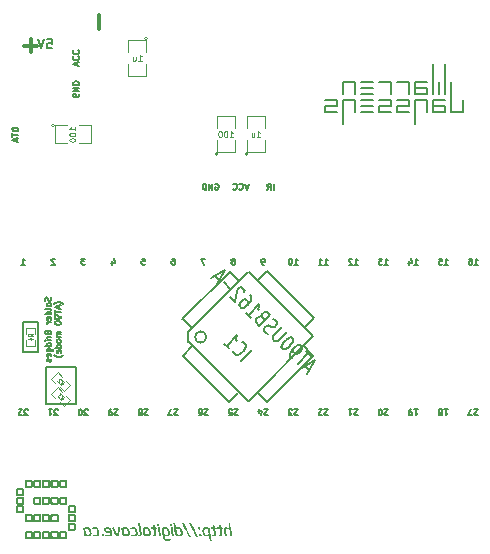
<source format=gbo>
%FSLAX34Y34*%
G04 Gerber Fmt 3.4, Leading zero omitted, Abs format*
G04 (created by PCBNEW (2014-02-26 BZR 4721)-product) date Thursday, June 12, 2014 'amt' 08:53:31 am*
%MOIN*%
G01*
G70*
G90*
G04 APERTURE LIST*
%ADD10C,0.005906*%
%ADD11C,0.007500*%
%ADD12C,0.005000*%
%ADD13C,0.011811*%
%ADD14C,0.007874*%
%ADD15C,0.000100*%
%ADD16C,0.003900*%
%ADD17C,0.006000*%
%ADD18C,0.002800*%
%ADD19C,0.004300*%
%ADD20C,0.008000*%
G04 APERTURE END LIST*
G54D10*
G54D11*
X64057Y-25085D02*
X64199Y-25085D01*
X64214Y-25228D01*
X64199Y-25214D01*
X64171Y-25200D01*
X64099Y-25200D01*
X64071Y-25214D01*
X64057Y-25228D01*
X64042Y-25257D01*
X64042Y-25328D01*
X64057Y-25357D01*
X64071Y-25371D01*
X64099Y-25385D01*
X64171Y-25385D01*
X64199Y-25371D01*
X64214Y-25357D01*
X63957Y-25085D02*
X63857Y-25385D01*
X63757Y-25085D01*
G54D12*
X65109Y-25966D02*
X64909Y-25900D01*
X65109Y-25833D01*
X64928Y-25652D02*
X64919Y-25661D01*
X64909Y-25690D01*
X64909Y-25709D01*
X64919Y-25738D01*
X64938Y-25757D01*
X64957Y-25766D01*
X64995Y-25776D01*
X65023Y-25776D01*
X65061Y-25766D01*
X65080Y-25757D01*
X65100Y-25738D01*
X65109Y-25709D01*
X65109Y-25690D01*
X65100Y-25661D01*
X65090Y-25652D01*
X64928Y-25452D02*
X64919Y-25461D01*
X64909Y-25490D01*
X64909Y-25509D01*
X64919Y-25538D01*
X64938Y-25557D01*
X64957Y-25566D01*
X64995Y-25576D01*
X65023Y-25576D01*
X65061Y-25566D01*
X65080Y-25557D01*
X65100Y-25538D01*
X65109Y-25509D01*
X65109Y-25490D01*
X65100Y-25461D01*
X65090Y-25452D01*
X69652Y-29900D02*
X69671Y-29890D01*
X69700Y-29890D01*
X69728Y-29900D01*
X69747Y-29919D01*
X69757Y-29938D01*
X69766Y-29976D01*
X69766Y-30004D01*
X69757Y-30042D01*
X69747Y-30061D01*
X69728Y-30080D01*
X69700Y-30090D01*
X69680Y-30090D01*
X69652Y-30080D01*
X69642Y-30071D01*
X69642Y-30004D01*
X69680Y-30004D01*
X69557Y-30090D02*
X69557Y-29890D01*
X69442Y-30090D01*
X69442Y-29890D01*
X69347Y-30090D02*
X69347Y-29890D01*
X69300Y-29890D01*
X69271Y-29900D01*
X69252Y-29919D01*
X69242Y-29938D01*
X69233Y-29976D01*
X69233Y-30004D01*
X69242Y-30042D01*
X69252Y-30061D01*
X69271Y-30080D01*
X69300Y-30090D01*
X69347Y-30090D01*
X70766Y-29890D02*
X70700Y-30090D01*
X70633Y-29890D01*
X70452Y-30071D02*
X70461Y-30080D01*
X70490Y-30090D01*
X70509Y-30090D01*
X70538Y-30080D01*
X70557Y-30061D01*
X70566Y-30042D01*
X70576Y-30004D01*
X70576Y-29976D01*
X70566Y-29938D01*
X70557Y-29919D01*
X70538Y-29900D01*
X70509Y-29890D01*
X70490Y-29890D01*
X70461Y-29900D01*
X70452Y-29909D01*
X70252Y-30071D02*
X70261Y-30080D01*
X70290Y-30090D01*
X70309Y-30090D01*
X70338Y-30080D01*
X70357Y-30061D01*
X70366Y-30042D01*
X70376Y-30004D01*
X70376Y-29976D01*
X70366Y-29938D01*
X70357Y-29919D01*
X70338Y-29900D01*
X70309Y-29890D01*
X70290Y-29890D01*
X70261Y-29900D01*
X70252Y-29909D01*
X71600Y-30090D02*
X71600Y-29890D01*
X71390Y-30090D02*
X71457Y-29995D01*
X71504Y-30090D02*
X71504Y-29890D01*
X71428Y-29890D01*
X71409Y-29900D01*
X71399Y-29909D01*
X71390Y-29928D01*
X71390Y-29957D01*
X71399Y-29976D01*
X71409Y-29985D01*
X71428Y-29995D01*
X71504Y-29995D01*
X63090Y-28035D02*
X62890Y-28035D01*
X62890Y-28083D01*
X62900Y-28111D01*
X62919Y-28130D01*
X62938Y-28140D01*
X62976Y-28150D01*
X63004Y-28150D01*
X63042Y-28140D01*
X63061Y-28130D01*
X63080Y-28111D01*
X63090Y-28083D01*
X63090Y-28035D01*
X62890Y-28207D02*
X62890Y-28321D01*
X63090Y-28264D02*
X62890Y-28264D01*
X63033Y-28378D02*
X63033Y-28473D01*
X63090Y-28359D02*
X62890Y-28426D01*
X63090Y-28492D01*
X65100Y-26902D02*
X65109Y-26921D01*
X65109Y-26950D01*
X65100Y-26978D01*
X65080Y-26997D01*
X65061Y-27007D01*
X65023Y-27016D01*
X64995Y-27016D01*
X64957Y-27007D01*
X64938Y-26997D01*
X64919Y-26978D01*
X64909Y-26950D01*
X64909Y-26930D01*
X64919Y-26902D01*
X64928Y-26892D01*
X64995Y-26892D01*
X64995Y-26930D01*
X64909Y-26807D02*
X65109Y-26807D01*
X64909Y-26692D01*
X65109Y-26692D01*
X64909Y-26597D02*
X65109Y-26597D01*
X65109Y-26550D01*
X65100Y-26521D01*
X65080Y-26502D01*
X65061Y-26492D01*
X65023Y-26483D01*
X64995Y-26483D01*
X64957Y-26492D01*
X64938Y-26502D01*
X64919Y-26521D01*
X64909Y-26550D01*
X64909Y-26597D01*
G54D13*
X65792Y-24724D02*
X65792Y-24275D01*
X63275Y-25292D02*
X63724Y-25292D01*
X63500Y-25517D02*
X63500Y-25067D01*
G54D12*
X78288Y-32590D02*
X78402Y-32590D01*
X78345Y-32590D02*
X78345Y-32390D01*
X78364Y-32419D01*
X78383Y-32438D01*
X78402Y-32447D01*
X78116Y-32390D02*
X78154Y-32390D01*
X78173Y-32400D01*
X78183Y-32409D01*
X78202Y-32438D01*
X78211Y-32476D01*
X78211Y-32552D01*
X78202Y-32571D01*
X78192Y-32580D01*
X78173Y-32590D01*
X78135Y-32590D01*
X78116Y-32580D01*
X78107Y-32571D01*
X78097Y-32552D01*
X78097Y-32504D01*
X78107Y-32485D01*
X78116Y-32476D01*
X78135Y-32466D01*
X78173Y-32466D01*
X78192Y-32476D01*
X78202Y-32485D01*
X78211Y-32504D01*
X77288Y-32590D02*
X77402Y-32590D01*
X77345Y-32590D02*
X77345Y-32390D01*
X77364Y-32419D01*
X77383Y-32438D01*
X77402Y-32447D01*
X77107Y-32390D02*
X77202Y-32390D01*
X77211Y-32485D01*
X77202Y-32476D01*
X77183Y-32466D01*
X77135Y-32466D01*
X77116Y-32476D01*
X77107Y-32485D01*
X77097Y-32504D01*
X77097Y-32552D01*
X77107Y-32571D01*
X77116Y-32580D01*
X77135Y-32590D01*
X77183Y-32590D01*
X77202Y-32580D01*
X77211Y-32571D01*
X76288Y-32590D02*
X76402Y-32590D01*
X76345Y-32590D02*
X76345Y-32390D01*
X76364Y-32419D01*
X76383Y-32438D01*
X76402Y-32447D01*
X76116Y-32457D02*
X76116Y-32590D01*
X76164Y-32380D02*
X76211Y-32523D01*
X76088Y-32523D01*
X75288Y-32590D02*
X75402Y-32590D01*
X75345Y-32590D02*
X75345Y-32390D01*
X75364Y-32419D01*
X75383Y-32438D01*
X75402Y-32447D01*
X75221Y-32390D02*
X75097Y-32390D01*
X75164Y-32466D01*
X75135Y-32466D01*
X75116Y-32476D01*
X75107Y-32485D01*
X75097Y-32504D01*
X75097Y-32552D01*
X75107Y-32571D01*
X75116Y-32580D01*
X75135Y-32590D01*
X75192Y-32590D01*
X75211Y-32580D01*
X75221Y-32571D01*
X74288Y-32590D02*
X74402Y-32590D01*
X74345Y-32590D02*
X74345Y-32390D01*
X74364Y-32419D01*
X74383Y-32438D01*
X74402Y-32447D01*
X74211Y-32409D02*
X74202Y-32400D01*
X74183Y-32390D01*
X74135Y-32390D01*
X74116Y-32400D01*
X74107Y-32409D01*
X74097Y-32428D01*
X74097Y-32447D01*
X74107Y-32476D01*
X74221Y-32590D01*
X74097Y-32590D01*
X73288Y-32590D02*
X73402Y-32590D01*
X73345Y-32590D02*
X73345Y-32390D01*
X73364Y-32419D01*
X73383Y-32438D01*
X73402Y-32447D01*
X73097Y-32590D02*
X73211Y-32590D01*
X73154Y-32590D02*
X73154Y-32390D01*
X73173Y-32419D01*
X73192Y-32438D01*
X73211Y-32447D01*
X72288Y-32590D02*
X72402Y-32590D01*
X72345Y-32590D02*
X72345Y-32390D01*
X72364Y-32419D01*
X72383Y-32438D01*
X72402Y-32447D01*
X72164Y-32390D02*
X72145Y-32390D01*
X72126Y-32400D01*
X72116Y-32409D01*
X72107Y-32428D01*
X72097Y-32466D01*
X72097Y-32514D01*
X72107Y-32552D01*
X72116Y-32571D01*
X72126Y-32580D01*
X72145Y-32590D01*
X72164Y-32590D01*
X72183Y-32580D01*
X72192Y-32571D01*
X72202Y-32552D01*
X72211Y-32514D01*
X72211Y-32466D01*
X72202Y-32428D01*
X72192Y-32409D01*
X72183Y-32400D01*
X72164Y-32390D01*
X71288Y-32590D02*
X71250Y-32590D01*
X71230Y-32580D01*
X71221Y-32571D01*
X71202Y-32542D01*
X71192Y-32504D01*
X71192Y-32428D01*
X71202Y-32409D01*
X71211Y-32400D01*
X71230Y-32390D01*
X71269Y-32390D01*
X71288Y-32400D01*
X71297Y-32409D01*
X71307Y-32428D01*
X71307Y-32476D01*
X71297Y-32495D01*
X71288Y-32504D01*
X71269Y-32514D01*
X71230Y-32514D01*
X71211Y-32504D01*
X71202Y-32495D01*
X71192Y-32476D01*
X70269Y-32476D02*
X70288Y-32466D01*
X70297Y-32457D01*
X70307Y-32438D01*
X70307Y-32428D01*
X70297Y-32409D01*
X70288Y-32400D01*
X70269Y-32390D01*
X70230Y-32390D01*
X70211Y-32400D01*
X70202Y-32409D01*
X70192Y-32428D01*
X70192Y-32438D01*
X70202Y-32457D01*
X70211Y-32466D01*
X70230Y-32476D01*
X70269Y-32476D01*
X70288Y-32485D01*
X70297Y-32495D01*
X70307Y-32514D01*
X70307Y-32552D01*
X70297Y-32571D01*
X70288Y-32580D01*
X70269Y-32590D01*
X70230Y-32590D01*
X70211Y-32580D01*
X70202Y-32571D01*
X70192Y-32552D01*
X70192Y-32514D01*
X70202Y-32495D01*
X70211Y-32485D01*
X70230Y-32476D01*
X69316Y-32390D02*
X69183Y-32390D01*
X69269Y-32590D01*
X68211Y-32390D02*
X68250Y-32390D01*
X68269Y-32400D01*
X68278Y-32409D01*
X68297Y-32438D01*
X68307Y-32476D01*
X68307Y-32552D01*
X68297Y-32571D01*
X68288Y-32580D01*
X68269Y-32590D01*
X68230Y-32590D01*
X68211Y-32580D01*
X68202Y-32571D01*
X68192Y-32552D01*
X68192Y-32504D01*
X68202Y-32485D01*
X68211Y-32476D01*
X68230Y-32466D01*
X68269Y-32466D01*
X68288Y-32476D01*
X68297Y-32485D01*
X68307Y-32504D01*
X67202Y-32390D02*
X67297Y-32390D01*
X67307Y-32485D01*
X67297Y-32476D01*
X67278Y-32466D01*
X67230Y-32466D01*
X67211Y-32476D01*
X67202Y-32485D01*
X67192Y-32504D01*
X67192Y-32552D01*
X67202Y-32571D01*
X67211Y-32580D01*
X67230Y-32590D01*
X67278Y-32590D01*
X67297Y-32580D01*
X67307Y-32571D01*
X66211Y-32457D02*
X66211Y-32590D01*
X66259Y-32380D02*
X66307Y-32523D01*
X66183Y-32523D01*
X65316Y-32390D02*
X65192Y-32390D01*
X65259Y-32466D01*
X65230Y-32466D01*
X65211Y-32476D01*
X65202Y-32485D01*
X65192Y-32504D01*
X65192Y-32552D01*
X65202Y-32571D01*
X65211Y-32580D01*
X65230Y-32590D01*
X65288Y-32590D01*
X65307Y-32580D01*
X65316Y-32571D01*
X64307Y-32409D02*
X64297Y-32400D01*
X64278Y-32390D01*
X64230Y-32390D01*
X64211Y-32400D01*
X64202Y-32409D01*
X64192Y-32428D01*
X64192Y-32447D01*
X64202Y-32476D01*
X64316Y-32590D01*
X64192Y-32590D01*
X78402Y-37590D02*
X78392Y-37600D01*
X78373Y-37609D01*
X78326Y-37609D01*
X78307Y-37600D01*
X78297Y-37590D01*
X78288Y-37571D01*
X78288Y-37552D01*
X78297Y-37523D01*
X78411Y-37409D01*
X78288Y-37409D01*
X78221Y-37609D02*
X78088Y-37609D01*
X78173Y-37409D01*
X77288Y-37409D02*
X77402Y-37409D01*
X77345Y-37409D02*
X77345Y-37609D01*
X77364Y-37580D01*
X77383Y-37561D01*
X77402Y-37552D01*
X77173Y-37523D02*
X77192Y-37533D01*
X77202Y-37542D01*
X77211Y-37561D01*
X77211Y-37571D01*
X77202Y-37590D01*
X77192Y-37600D01*
X77173Y-37609D01*
X77135Y-37609D01*
X77116Y-37600D01*
X77107Y-37590D01*
X77097Y-37571D01*
X77097Y-37561D01*
X77107Y-37542D01*
X77116Y-37533D01*
X77135Y-37523D01*
X77173Y-37523D01*
X77192Y-37514D01*
X77202Y-37504D01*
X77211Y-37485D01*
X77211Y-37447D01*
X77202Y-37428D01*
X77192Y-37419D01*
X77173Y-37409D01*
X77135Y-37409D01*
X77116Y-37419D01*
X77107Y-37428D01*
X77097Y-37447D01*
X77097Y-37485D01*
X77107Y-37504D01*
X77116Y-37514D01*
X77135Y-37523D01*
X76288Y-37409D02*
X76402Y-37409D01*
X76345Y-37409D02*
X76345Y-37609D01*
X76364Y-37580D01*
X76383Y-37561D01*
X76402Y-37552D01*
X76192Y-37409D02*
X76154Y-37409D01*
X76135Y-37419D01*
X76126Y-37428D01*
X76107Y-37457D01*
X76097Y-37495D01*
X76097Y-37571D01*
X76107Y-37590D01*
X76116Y-37600D01*
X76135Y-37609D01*
X76173Y-37609D01*
X76192Y-37600D01*
X76202Y-37590D01*
X76211Y-37571D01*
X76211Y-37523D01*
X76202Y-37504D01*
X76192Y-37495D01*
X76173Y-37485D01*
X76135Y-37485D01*
X76116Y-37495D01*
X76107Y-37504D01*
X76097Y-37523D01*
X75402Y-37590D02*
X75392Y-37600D01*
X75373Y-37609D01*
X75326Y-37609D01*
X75307Y-37600D01*
X75297Y-37590D01*
X75288Y-37571D01*
X75288Y-37552D01*
X75297Y-37523D01*
X75411Y-37409D01*
X75288Y-37409D01*
X75164Y-37609D02*
X75145Y-37609D01*
X75126Y-37600D01*
X75116Y-37590D01*
X75107Y-37571D01*
X75097Y-37533D01*
X75097Y-37485D01*
X75107Y-37447D01*
X75116Y-37428D01*
X75126Y-37419D01*
X75145Y-37409D01*
X75164Y-37409D01*
X75183Y-37419D01*
X75192Y-37428D01*
X75202Y-37447D01*
X75211Y-37485D01*
X75211Y-37533D01*
X75202Y-37571D01*
X75192Y-37590D01*
X75183Y-37600D01*
X75164Y-37609D01*
X74402Y-37590D02*
X74392Y-37600D01*
X74373Y-37609D01*
X74326Y-37609D01*
X74307Y-37600D01*
X74297Y-37590D01*
X74288Y-37571D01*
X74288Y-37552D01*
X74297Y-37523D01*
X74411Y-37409D01*
X74288Y-37409D01*
X74097Y-37409D02*
X74211Y-37409D01*
X74154Y-37409D02*
X74154Y-37609D01*
X74173Y-37580D01*
X74192Y-37561D01*
X74211Y-37552D01*
X73402Y-37590D02*
X73392Y-37600D01*
X73373Y-37609D01*
X73326Y-37609D01*
X73307Y-37600D01*
X73297Y-37590D01*
X73288Y-37571D01*
X73288Y-37552D01*
X73297Y-37523D01*
X73411Y-37409D01*
X73288Y-37409D01*
X73211Y-37590D02*
X73202Y-37600D01*
X73183Y-37609D01*
X73135Y-37609D01*
X73116Y-37600D01*
X73107Y-37590D01*
X73097Y-37571D01*
X73097Y-37552D01*
X73107Y-37523D01*
X73221Y-37409D01*
X73097Y-37409D01*
X72402Y-37590D02*
X72392Y-37600D01*
X72373Y-37609D01*
X72326Y-37609D01*
X72307Y-37600D01*
X72297Y-37590D01*
X72288Y-37571D01*
X72288Y-37552D01*
X72297Y-37523D01*
X72411Y-37409D01*
X72288Y-37409D01*
X72221Y-37609D02*
X72097Y-37609D01*
X72164Y-37533D01*
X72135Y-37533D01*
X72116Y-37523D01*
X72107Y-37514D01*
X72097Y-37495D01*
X72097Y-37447D01*
X72107Y-37428D01*
X72116Y-37419D01*
X72135Y-37409D01*
X72192Y-37409D01*
X72211Y-37419D01*
X72221Y-37428D01*
X71402Y-37590D02*
X71392Y-37600D01*
X71373Y-37609D01*
X71326Y-37609D01*
X71307Y-37600D01*
X71297Y-37590D01*
X71288Y-37571D01*
X71288Y-37552D01*
X71297Y-37523D01*
X71411Y-37409D01*
X71288Y-37409D01*
X71116Y-37542D02*
X71116Y-37409D01*
X71164Y-37619D02*
X71211Y-37476D01*
X71088Y-37476D01*
X70402Y-37590D02*
X70392Y-37600D01*
X70373Y-37609D01*
X70326Y-37609D01*
X70307Y-37600D01*
X70297Y-37590D01*
X70288Y-37571D01*
X70288Y-37552D01*
X70297Y-37523D01*
X70411Y-37409D01*
X70288Y-37409D01*
X70107Y-37609D02*
X70202Y-37609D01*
X70211Y-37514D01*
X70202Y-37523D01*
X70183Y-37533D01*
X70135Y-37533D01*
X70116Y-37523D01*
X70107Y-37514D01*
X70097Y-37495D01*
X70097Y-37447D01*
X70107Y-37428D01*
X70116Y-37419D01*
X70135Y-37409D01*
X70183Y-37409D01*
X70202Y-37419D01*
X70211Y-37428D01*
X69402Y-37590D02*
X69392Y-37600D01*
X69373Y-37609D01*
X69326Y-37609D01*
X69307Y-37600D01*
X69297Y-37590D01*
X69288Y-37571D01*
X69288Y-37552D01*
X69297Y-37523D01*
X69411Y-37409D01*
X69288Y-37409D01*
X69116Y-37609D02*
X69154Y-37609D01*
X69173Y-37600D01*
X69183Y-37590D01*
X69202Y-37561D01*
X69211Y-37523D01*
X69211Y-37447D01*
X69202Y-37428D01*
X69192Y-37419D01*
X69173Y-37409D01*
X69135Y-37409D01*
X69116Y-37419D01*
X69107Y-37428D01*
X69097Y-37447D01*
X69097Y-37495D01*
X69107Y-37514D01*
X69116Y-37523D01*
X69135Y-37533D01*
X69173Y-37533D01*
X69192Y-37523D01*
X69202Y-37514D01*
X69211Y-37495D01*
X64165Y-33678D02*
X64175Y-33707D01*
X64175Y-33754D01*
X64165Y-33773D01*
X64156Y-33783D01*
X64137Y-33792D01*
X64118Y-33792D01*
X64099Y-33783D01*
X64089Y-33773D01*
X64080Y-33754D01*
X64070Y-33716D01*
X64061Y-33697D01*
X64051Y-33688D01*
X64032Y-33678D01*
X64013Y-33678D01*
X63994Y-33688D01*
X63985Y-33697D01*
X63975Y-33716D01*
X63975Y-33764D01*
X63985Y-33792D01*
X64175Y-33907D02*
X64165Y-33888D01*
X64156Y-33878D01*
X64137Y-33869D01*
X64080Y-33869D01*
X64061Y-33878D01*
X64051Y-33888D01*
X64042Y-33907D01*
X64042Y-33935D01*
X64051Y-33954D01*
X64061Y-33964D01*
X64080Y-33973D01*
X64137Y-33973D01*
X64156Y-33964D01*
X64165Y-33954D01*
X64175Y-33935D01*
X64175Y-33907D01*
X64175Y-34088D02*
X64165Y-34069D01*
X64146Y-34059D01*
X63975Y-34059D01*
X64175Y-34250D02*
X63975Y-34250D01*
X64165Y-34250D02*
X64175Y-34230D01*
X64175Y-34192D01*
X64165Y-34173D01*
X64156Y-34164D01*
X64137Y-34154D01*
X64080Y-34154D01*
X64061Y-34164D01*
X64051Y-34173D01*
X64042Y-34192D01*
X64042Y-34230D01*
X64051Y-34250D01*
X64165Y-34421D02*
X64175Y-34402D01*
X64175Y-34364D01*
X64165Y-34345D01*
X64146Y-34335D01*
X64070Y-34335D01*
X64051Y-34345D01*
X64042Y-34364D01*
X64042Y-34402D01*
X64051Y-34421D01*
X64070Y-34430D01*
X64089Y-34430D01*
X64108Y-34335D01*
X64175Y-34516D02*
X64042Y-34516D01*
X64080Y-34516D02*
X64061Y-34526D01*
X64051Y-34535D01*
X64042Y-34554D01*
X64042Y-34573D01*
X64070Y-34859D02*
X64080Y-34888D01*
X64089Y-34897D01*
X64108Y-34907D01*
X64137Y-34907D01*
X64156Y-34897D01*
X64165Y-34888D01*
X64175Y-34869D01*
X64175Y-34792D01*
X63975Y-34792D01*
X63975Y-34859D01*
X63985Y-34878D01*
X63994Y-34888D01*
X64013Y-34897D01*
X64032Y-34897D01*
X64051Y-34888D01*
X64061Y-34878D01*
X64070Y-34859D01*
X64070Y-34792D01*
X64175Y-34992D02*
X64042Y-34992D01*
X64080Y-34992D02*
X64061Y-35002D01*
X64051Y-35011D01*
X64042Y-35030D01*
X64042Y-35050D01*
X64175Y-35116D02*
X64042Y-35116D01*
X63975Y-35116D02*
X63985Y-35107D01*
X63994Y-35116D01*
X63985Y-35126D01*
X63975Y-35116D01*
X63994Y-35116D01*
X64175Y-35297D02*
X63975Y-35297D01*
X64165Y-35297D02*
X64175Y-35278D01*
X64175Y-35240D01*
X64165Y-35221D01*
X64156Y-35211D01*
X64137Y-35202D01*
X64080Y-35202D01*
X64061Y-35211D01*
X64051Y-35221D01*
X64042Y-35240D01*
X64042Y-35278D01*
X64051Y-35297D01*
X64042Y-35478D02*
X64204Y-35478D01*
X64223Y-35469D01*
X64232Y-35459D01*
X64242Y-35440D01*
X64242Y-35411D01*
X64232Y-35392D01*
X64165Y-35478D02*
X64175Y-35459D01*
X64175Y-35421D01*
X64165Y-35402D01*
X64156Y-35392D01*
X64137Y-35383D01*
X64080Y-35383D01*
X64061Y-35392D01*
X64051Y-35402D01*
X64042Y-35421D01*
X64042Y-35459D01*
X64051Y-35478D01*
X64165Y-35650D02*
X64175Y-35630D01*
X64175Y-35592D01*
X64165Y-35573D01*
X64146Y-35564D01*
X64070Y-35564D01*
X64051Y-35573D01*
X64042Y-35592D01*
X64042Y-35630D01*
X64051Y-35650D01*
X64070Y-35659D01*
X64089Y-35659D01*
X64108Y-35564D01*
X64165Y-35735D02*
X64175Y-35754D01*
X64175Y-35792D01*
X64165Y-35811D01*
X64146Y-35821D01*
X64137Y-35821D01*
X64118Y-35811D01*
X64108Y-35792D01*
X64108Y-35764D01*
X64099Y-35745D01*
X64080Y-35735D01*
X64070Y-35735D01*
X64051Y-35745D01*
X64042Y-35764D01*
X64042Y-35792D01*
X64051Y-35811D01*
X64581Y-33892D02*
X64572Y-33883D01*
X64543Y-33864D01*
X64524Y-33854D01*
X64495Y-33845D01*
X64448Y-33835D01*
X64410Y-33835D01*
X64362Y-33845D01*
X64334Y-33854D01*
X64315Y-33864D01*
X64286Y-33883D01*
X64276Y-33892D01*
X64448Y-33959D02*
X64448Y-34054D01*
X64505Y-33940D02*
X64305Y-34007D01*
X64505Y-34073D01*
X64305Y-34111D02*
X64305Y-34226D01*
X64505Y-34169D02*
X64305Y-34169D01*
X64505Y-34302D02*
X64505Y-34340D01*
X64495Y-34359D01*
X64486Y-34369D01*
X64457Y-34388D01*
X64419Y-34397D01*
X64343Y-34397D01*
X64324Y-34388D01*
X64315Y-34378D01*
X64305Y-34359D01*
X64305Y-34321D01*
X64315Y-34302D01*
X64324Y-34292D01*
X64343Y-34283D01*
X64391Y-34283D01*
X64410Y-34292D01*
X64419Y-34302D01*
X64429Y-34321D01*
X64429Y-34359D01*
X64419Y-34378D01*
X64410Y-34388D01*
X64391Y-34397D01*
X64305Y-34521D02*
X64305Y-34540D01*
X64315Y-34559D01*
X64324Y-34569D01*
X64343Y-34578D01*
X64381Y-34588D01*
X64429Y-34588D01*
X64467Y-34578D01*
X64486Y-34569D01*
X64495Y-34559D01*
X64505Y-34540D01*
X64505Y-34521D01*
X64495Y-34502D01*
X64486Y-34492D01*
X64467Y-34483D01*
X64429Y-34473D01*
X64381Y-34473D01*
X64343Y-34483D01*
X64324Y-34492D01*
X64315Y-34502D01*
X64305Y-34521D01*
X64505Y-34826D02*
X64372Y-34826D01*
X64391Y-34826D02*
X64381Y-34835D01*
X64372Y-34854D01*
X64372Y-34883D01*
X64381Y-34902D01*
X64400Y-34911D01*
X64505Y-34911D01*
X64400Y-34911D02*
X64381Y-34921D01*
X64372Y-34940D01*
X64372Y-34969D01*
X64381Y-34988D01*
X64400Y-34997D01*
X64505Y-34997D01*
X64505Y-35121D02*
X64495Y-35102D01*
X64486Y-35092D01*
X64467Y-35083D01*
X64410Y-35083D01*
X64391Y-35092D01*
X64381Y-35102D01*
X64372Y-35121D01*
X64372Y-35150D01*
X64381Y-35169D01*
X64391Y-35178D01*
X64410Y-35188D01*
X64467Y-35188D01*
X64486Y-35178D01*
X64495Y-35169D01*
X64505Y-35150D01*
X64505Y-35121D01*
X64505Y-35359D02*
X64305Y-35359D01*
X64495Y-35359D02*
X64505Y-35340D01*
X64505Y-35302D01*
X64495Y-35283D01*
X64486Y-35273D01*
X64467Y-35264D01*
X64410Y-35264D01*
X64391Y-35273D01*
X64381Y-35283D01*
X64372Y-35302D01*
X64372Y-35340D01*
X64381Y-35359D01*
X64495Y-35530D02*
X64505Y-35511D01*
X64505Y-35473D01*
X64495Y-35454D01*
X64476Y-35445D01*
X64400Y-35445D01*
X64381Y-35454D01*
X64372Y-35473D01*
X64372Y-35511D01*
X64381Y-35530D01*
X64400Y-35540D01*
X64419Y-35540D01*
X64438Y-35445D01*
X64581Y-35607D02*
X64572Y-35616D01*
X64543Y-35635D01*
X64524Y-35645D01*
X64495Y-35654D01*
X64448Y-35664D01*
X64410Y-35664D01*
X64362Y-35654D01*
X64334Y-35645D01*
X64315Y-35635D01*
X64286Y-35616D01*
X64276Y-35607D01*
G54D14*
X64000Y-37250D02*
X64000Y-36000D01*
X65000Y-37250D02*
X64000Y-37250D01*
X65000Y-36000D02*
X65000Y-37250D01*
X64000Y-36000D02*
X65000Y-36000D01*
X63250Y-35500D02*
X63250Y-34500D01*
X63750Y-35500D02*
X63250Y-35500D01*
X63750Y-34500D02*
X63750Y-35500D01*
X63250Y-34500D02*
X63750Y-34500D01*
G54D12*
X68402Y-37590D02*
X68392Y-37600D01*
X68373Y-37609D01*
X68326Y-37609D01*
X68307Y-37600D01*
X68297Y-37590D01*
X68288Y-37571D01*
X68288Y-37552D01*
X68297Y-37523D01*
X68411Y-37409D01*
X68288Y-37409D01*
X68221Y-37609D02*
X68088Y-37609D01*
X68173Y-37409D01*
X67402Y-37590D02*
X67392Y-37600D01*
X67373Y-37609D01*
X67326Y-37609D01*
X67307Y-37600D01*
X67297Y-37590D01*
X67288Y-37571D01*
X67288Y-37552D01*
X67297Y-37523D01*
X67411Y-37409D01*
X67288Y-37409D01*
X67173Y-37523D02*
X67192Y-37533D01*
X67202Y-37542D01*
X67211Y-37561D01*
X67211Y-37571D01*
X67202Y-37590D01*
X67192Y-37600D01*
X67173Y-37609D01*
X67135Y-37609D01*
X67116Y-37600D01*
X67107Y-37590D01*
X67097Y-37571D01*
X67097Y-37561D01*
X67107Y-37542D01*
X67116Y-37533D01*
X67135Y-37523D01*
X67173Y-37523D01*
X67192Y-37514D01*
X67202Y-37504D01*
X67211Y-37485D01*
X67211Y-37447D01*
X67202Y-37428D01*
X67192Y-37419D01*
X67173Y-37409D01*
X67135Y-37409D01*
X67116Y-37419D01*
X67107Y-37428D01*
X67097Y-37447D01*
X67097Y-37485D01*
X67107Y-37504D01*
X67116Y-37514D01*
X67135Y-37523D01*
X66402Y-37590D02*
X66392Y-37600D01*
X66373Y-37609D01*
X66326Y-37609D01*
X66307Y-37600D01*
X66297Y-37590D01*
X66288Y-37571D01*
X66288Y-37552D01*
X66297Y-37523D01*
X66411Y-37409D01*
X66288Y-37409D01*
X66192Y-37409D02*
X66154Y-37409D01*
X66135Y-37419D01*
X66126Y-37428D01*
X66107Y-37457D01*
X66097Y-37495D01*
X66097Y-37571D01*
X66107Y-37590D01*
X66116Y-37600D01*
X66135Y-37609D01*
X66173Y-37609D01*
X66192Y-37600D01*
X66202Y-37590D01*
X66211Y-37571D01*
X66211Y-37523D01*
X66202Y-37504D01*
X66192Y-37495D01*
X66173Y-37485D01*
X66135Y-37485D01*
X66116Y-37495D01*
X66107Y-37504D01*
X66097Y-37523D01*
X65411Y-37609D02*
X65288Y-37609D01*
X65354Y-37533D01*
X65326Y-37533D01*
X65307Y-37523D01*
X65297Y-37514D01*
X65288Y-37495D01*
X65288Y-37447D01*
X65297Y-37428D01*
X65307Y-37419D01*
X65326Y-37409D01*
X65383Y-37409D01*
X65402Y-37419D01*
X65411Y-37428D01*
X65164Y-37609D02*
X65145Y-37609D01*
X65126Y-37600D01*
X65116Y-37590D01*
X65107Y-37571D01*
X65097Y-37533D01*
X65097Y-37485D01*
X65107Y-37447D01*
X65116Y-37428D01*
X65126Y-37419D01*
X65145Y-37409D01*
X65164Y-37409D01*
X65183Y-37419D01*
X65192Y-37428D01*
X65202Y-37447D01*
X65211Y-37485D01*
X65211Y-37533D01*
X65202Y-37571D01*
X65192Y-37590D01*
X65183Y-37600D01*
X65164Y-37609D01*
X64411Y-37609D02*
X64288Y-37609D01*
X64354Y-37533D01*
X64326Y-37533D01*
X64307Y-37523D01*
X64297Y-37514D01*
X64288Y-37495D01*
X64288Y-37447D01*
X64297Y-37428D01*
X64307Y-37419D01*
X64326Y-37409D01*
X64383Y-37409D01*
X64402Y-37419D01*
X64411Y-37428D01*
X64097Y-37409D02*
X64211Y-37409D01*
X64154Y-37409D02*
X64154Y-37609D01*
X64173Y-37580D01*
X64192Y-37561D01*
X64211Y-37552D01*
X63411Y-37609D02*
X63288Y-37609D01*
X63354Y-37533D01*
X63326Y-37533D01*
X63307Y-37523D01*
X63297Y-37514D01*
X63288Y-37495D01*
X63288Y-37447D01*
X63297Y-37428D01*
X63307Y-37419D01*
X63326Y-37409D01*
X63383Y-37409D01*
X63402Y-37419D01*
X63411Y-37428D01*
X63211Y-37590D02*
X63202Y-37600D01*
X63183Y-37609D01*
X63135Y-37609D01*
X63116Y-37600D01*
X63107Y-37590D01*
X63097Y-37571D01*
X63097Y-37552D01*
X63107Y-37523D01*
X63221Y-37409D01*
X63097Y-37409D01*
X63192Y-32590D02*
X63307Y-32590D01*
X63250Y-32590D02*
X63250Y-32390D01*
X63269Y-32419D01*
X63288Y-32438D01*
X63307Y-32447D01*
G54D15*
G36*
X64444Y-41709D02*
X64461Y-41726D01*
X64478Y-41743D01*
X64511Y-41743D01*
X64511Y-41676D01*
X64511Y-41608D01*
X64511Y-41541D01*
X64579Y-41541D01*
X64647Y-41541D01*
X64647Y-41608D01*
X64647Y-41676D01*
X64579Y-41676D01*
X64511Y-41676D01*
X64511Y-41743D01*
X64579Y-41743D01*
X64680Y-41743D01*
X64697Y-41726D01*
X64714Y-41709D01*
X64714Y-41608D01*
X64714Y-41507D01*
X64697Y-41490D01*
X64680Y-41474D01*
X64579Y-41474D01*
X64478Y-41474D01*
X64461Y-41490D01*
X64444Y-41507D01*
X64444Y-41608D01*
X64444Y-41709D01*
X64444Y-41709D01*
X64444Y-41709D01*
G37*
G36*
X64158Y-41709D02*
X64175Y-41726D01*
X64192Y-41743D01*
X64225Y-41743D01*
X64225Y-41541D01*
X64293Y-41541D01*
X64360Y-41541D01*
X64360Y-41608D01*
X64360Y-41676D01*
X64293Y-41676D01*
X64226Y-41675D01*
X64225Y-41608D01*
X64225Y-41541D01*
X64225Y-41743D01*
X64293Y-41743D01*
X64394Y-41743D01*
X64411Y-41726D01*
X64427Y-41709D01*
X64427Y-41607D01*
X64427Y-41506D01*
X64411Y-41490D01*
X64395Y-41474D01*
X64293Y-41474D01*
X64192Y-41474D01*
X64175Y-41490D01*
X64158Y-41507D01*
X64158Y-41608D01*
X64158Y-41709D01*
X64158Y-41709D01*
X64158Y-41709D01*
G37*
G36*
X63872Y-41708D02*
X63889Y-41725D01*
X63907Y-41743D01*
X63940Y-41743D01*
X63940Y-41676D01*
X63940Y-41608D01*
X63940Y-41541D01*
X64007Y-41541D01*
X64074Y-41541D01*
X64074Y-41608D01*
X64074Y-41676D01*
X64007Y-41676D01*
X63940Y-41676D01*
X63940Y-41743D01*
X64007Y-41743D01*
X64108Y-41743D01*
X64125Y-41725D01*
X64142Y-41708D01*
X64142Y-41608D01*
X64142Y-41507D01*
X64126Y-41490D01*
X64109Y-41474D01*
X64007Y-41474D01*
X63905Y-41474D01*
X63889Y-41490D01*
X63872Y-41507D01*
X63872Y-41608D01*
X63872Y-41708D01*
X63872Y-41708D01*
X63872Y-41708D01*
G37*
G36*
X63587Y-41709D02*
X63604Y-41726D01*
X63620Y-41743D01*
X63654Y-41743D01*
X63654Y-41676D01*
X63654Y-41608D01*
X63654Y-41541D01*
X63722Y-41541D01*
X63789Y-41541D01*
X63789Y-41607D01*
X63789Y-41621D01*
X63789Y-41633D01*
X63789Y-41645D01*
X63789Y-41655D01*
X63789Y-41663D01*
X63789Y-41670D01*
X63788Y-41674D01*
X63788Y-41675D01*
X63787Y-41675D01*
X63783Y-41675D01*
X63776Y-41676D01*
X63768Y-41676D01*
X63758Y-41676D01*
X63746Y-41676D01*
X63733Y-41676D01*
X63721Y-41676D01*
X63654Y-41676D01*
X63654Y-41743D01*
X63722Y-41743D01*
X63823Y-41743D01*
X63839Y-41726D01*
X63856Y-41709D01*
X63856Y-41608D01*
X63856Y-41507D01*
X63839Y-41490D01*
X63823Y-41474D01*
X63721Y-41474D01*
X63619Y-41474D01*
X63603Y-41490D01*
X63587Y-41506D01*
X63587Y-41608D01*
X63587Y-41709D01*
X63587Y-41709D01*
X63587Y-41709D01*
G37*
G36*
X63301Y-41709D02*
X63317Y-41726D01*
X63334Y-41743D01*
X63368Y-41743D01*
X63368Y-41676D01*
X63368Y-41608D01*
X63368Y-41541D01*
X63435Y-41541D01*
X63503Y-41541D01*
X63503Y-41608D01*
X63503Y-41676D01*
X63435Y-41676D01*
X63368Y-41676D01*
X63368Y-41743D01*
X63435Y-41743D01*
X63536Y-41743D01*
X63553Y-41726D01*
X63570Y-41709D01*
X63570Y-41608D01*
X63570Y-41507D01*
X63553Y-41490D01*
X63536Y-41474D01*
X63435Y-41474D01*
X63334Y-41474D01*
X63317Y-41490D01*
X63301Y-41507D01*
X63301Y-41608D01*
X63301Y-41709D01*
X63301Y-41709D01*
X63301Y-41709D01*
G37*
G36*
X64731Y-41423D02*
X64748Y-41440D01*
X64764Y-41457D01*
X64798Y-41457D01*
X64798Y-41390D01*
X64798Y-41322D01*
X64798Y-41254D01*
X64865Y-41254D01*
X64933Y-41254D01*
X64933Y-41322D01*
X64933Y-41390D01*
X64865Y-41390D01*
X64798Y-41390D01*
X64798Y-41457D01*
X64865Y-41457D01*
X64967Y-41456D01*
X64983Y-41440D01*
X65000Y-41423D01*
X65000Y-41322D01*
X65000Y-41221D01*
X64983Y-41204D01*
X64967Y-41187D01*
X64865Y-41187D01*
X64764Y-41187D01*
X64748Y-41204D01*
X64731Y-41221D01*
X64731Y-41322D01*
X64731Y-41423D01*
X64731Y-41423D01*
X64731Y-41423D01*
G37*
G36*
X64731Y-41137D02*
X64748Y-41154D01*
X64764Y-41170D01*
X64798Y-41170D01*
X64798Y-41103D01*
X64798Y-41036D01*
X64798Y-40968D01*
X64865Y-40968D01*
X64932Y-40969D01*
X64933Y-41036D01*
X64933Y-41103D01*
X64865Y-41103D01*
X64798Y-41103D01*
X64798Y-41170D01*
X64865Y-41170D01*
X64967Y-41170D01*
X64983Y-41154D01*
X65000Y-41137D01*
X65000Y-41036D01*
X65000Y-40934D01*
X64983Y-40918D01*
X64967Y-40901D01*
X64865Y-40901D01*
X64764Y-40901D01*
X64748Y-40918D01*
X64731Y-40935D01*
X64731Y-41036D01*
X64731Y-41137D01*
X64731Y-41137D01*
X64731Y-41137D01*
G37*
G36*
X64158Y-41137D02*
X64175Y-41154D01*
X64192Y-41170D01*
X64225Y-41170D01*
X64225Y-41103D01*
X64225Y-41036D01*
X64226Y-40969D01*
X64293Y-40968D01*
X64360Y-40968D01*
X64360Y-41036D01*
X64360Y-41103D01*
X64293Y-41103D01*
X64225Y-41103D01*
X64225Y-41170D01*
X64294Y-41170D01*
X64395Y-41170D01*
X64411Y-41154D01*
X64427Y-41138D01*
X64427Y-41036D01*
X64427Y-40935D01*
X64411Y-40918D01*
X64394Y-40901D01*
X64293Y-40901D01*
X64192Y-40901D01*
X64175Y-40918D01*
X64158Y-40935D01*
X64158Y-41036D01*
X64158Y-41137D01*
X64158Y-41137D01*
X64158Y-41137D01*
G37*
G36*
X63872Y-41137D02*
X63889Y-41154D01*
X63905Y-41170D01*
X63940Y-41170D01*
X63940Y-41103D01*
X63940Y-41036D01*
X63940Y-40968D01*
X64007Y-40968D01*
X64074Y-40968D01*
X64074Y-41036D01*
X64074Y-41103D01*
X64007Y-41103D01*
X63940Y-41103D01*
X63940Y-41170D01*
X64007Y-41170D01*
X64109Y-41170D01*
X64126Y-41153D01*
X64142Y-41137D01*
X64142Y-41036D01*
X64142Y-40936D01*
X64125Y-40918D01*
X64108Y-40901D01*
X64007Y-40901D01*
X63907Y-40901D01*
X63889Y-40918D01*
X63872Y-40936D01*
X63872Y-41036D01*
X63872Y-41137D01*
X63872Y-41137D01*
X63872Y-41137D01*
G37*
G36*
X63587Y-41138D02*
X63603Y-41154D01*
X63619Y-41170D01*
X63654Y-41170D01*
X63654Y-41103D01*
X63654Y-41036D01*
X63654Y-40968D01*
X63721Y-40968D01*
X63788Y-40969D01*
X63789Y-41036D01*
X63789Y-41103D01*
X63722Y-41103D01*
X63654Y-41103D01*
X63654Y-41170D01*
X63721Y-41170D01*
X63823Y-41170D01*
X63839Y-41153D01*
X63856Y-41137D01*
X63856Y-41036D01*
X63856Y-40934D01*
X63839Y-40918D01*
X63823Y-40901D01*
X63721Y-40901D01*
X63620Y-40901D01*
X63604Y-40918D01*
X63587Y-40935D01*
X63587Y-41036D01*
X63587Y-41138D01*
X63587Y-41138D01*
X63587Y-41138D01*
G37*
G36*
X63301Y-41137D02*
X63317Y-41154D01*
X63334Y-41170D01*
X63368Y-41170D01*
X63368Y-41103D01*
X63368Y-41036D01*
X63368Y-40968D01*
X63435Y-40968D01*
X63502Y-40969D01*
X63503Y-41036D01*
X63503Y-41103D01*
X63435Y-41103D01*
X63368Y-41103D01*
X63368Y-41170D01*
X63435Y-41170D01*
X63536Y-41170D01*
X63553Y-41153D01*
X63570Y-41137D01*
X63570Y-41036D01*
X63570Y-40934D01*
X63553Y-40918D01*
X63536Y-40901D01*
X63435Y-40901D01*
X63334Y-40901D01*
X63317Y-40918D01*
X63301Y-40935D01*
X63301Y-41036D01*
X63301Y-41137D01*
X63301Y-41137D01*
X63301Y-41137D01*
G37*
G36*
X64731Y-40852D02*
X64748Y-40869D01*
X64765Y-40885D01*
X64798Y-40885D01*
X64798Y-40817D01*
X64798Y-40750D01*
X64798Y-40683D01*
X64865Y-40683D01*
X64933Y-40683D01*
X64933Y-40750D01*
X64933Y-40817D01*
X64865Y-40817D01*
X64798Y-40817D01*
X64798Y-40885D01*
X64865Y-40885D01*
X64965Y-40885D01*
X64983Y-40868D01*
X65000Y-40851D01*
X65000Y-40749D01*
X65000Y-40648D01*
X64983Y-40631D01*
X64966Y-40615D01*
X64865Y-40615D01*
X64764Y-40615D01*
X64748Y-40631D01*
X64731Y-40648D01*
X64731Y-40750D01*
X64731Y-40852D01*
X64731Y-40852D01*
X64731Y-40852D01*
G37*
G36*
X63014Y-40850D02*
X63032Y-40868D01*
X63049Y-40885D01*
X63081Y-40885D01*
X63081Y-40817D01*
X63081Y-40750D01*
X63081Y-40683D01*
X63149Y-40683D01*
X63217Y-40683D01*
X63217Y-40750D01*
X63217Y-40817D01*
X63149Y-40817D01*
X63081Y-40817D01*
X63081Y-40885D01*
X63149Y-40885D01*
X63250Y-40885D01*
X63267Y-40869D01*
X63284Y-40852D01*
X63284Y-40750D01*
X63284Y-40648D01*
X63267Y-40631D01*
X63250Y-40615D01*
X63149Y-40615D01*
X63048Y-40615D01*
X63031Y-40631D01*
X63014Y-40648D01*
X63014Y-40749D01*
X63014Y-40850D01*
X63014Y-40850D01*
X63014Y-40850D01*
G37*
G36*
X64444Y-40566D02*
X64461Y-40582D01*
X64478Y-40599D01*
X64511Y-40599D01*
X64511Y-40397D01*
X64579Y-40397D01*
X64647Y-40397D01*
X64647Y-40464D01*
X64647Y-40532D01*
X64579Y-40532D01*
X64512Y-40531D01*
X64512Y-40464D01*
X64511Y-40397D01*
X64511Y-40599D01*
X64579Y-40599D01*
X64680Y-40599D01*
X64697Y-40582D01*
X64714Y-40565D01*
X64714Y-40464D01*
X64714Y-40362D01*
X64698Y-40346D01*
X64682Y-40330D01*
X64580Y-40330D01*
X64478Y-40330D01*
X64461Y-40347D01*
X64444Y-40363D01*
X64444Y-40464D01*
X64444Y-40566D01*
X64444Y-40566D01*
X64444Y-40566D01*
G37*
G36*
X64158Y-40564D02*
X64176Y-40582D01*
X64193Y-40599D01*
X64225Y-40599D01*
X64225Y-40397D01*
X64293Y-40397D01*
X64360Y-40397D01*
X64360Y-40464D01*
X64360Y-40532D01*
X64293Y-40532D01*
X64226Y-40531D01*
X64225Y-40464D01*
X64225Y-40397D01*
X64225Y-40599D01*
X64294Y-40599D01*
X64394Y-40599D01*
X64411Y-40582D01*
X64427Y-40565D01*
X64427Y-40464D01*
X64427Y-40362D01*
X64411Y-40346D01*
X64395Y-40330D01*
X64293Y-40330D01*
X64192Y-40330D01*
X64175Y-40347D01*
X64158Y-40363D01*
X64158Y-40464D01*
X64158Y-40564D01*
X64158Y-40564D01*
X64158Y-40564D01*
G37*
G36*
X63872Y-40564D02*
X63889Y-40582D01*
X63907Y-40599D01*
X63940Y-40599D01*
X63940Y-40532D01*
X63940Y-40464D01*
X63940Y-40397D01*
X64007Y-40397D01*
X64074Y-40397D01*
X64074Y-40464D01*
X64074Y-40532D01*
X64007Y-40532D01*
X63940Y-40532D01*
X63940Y-40599D01*
X64007Y-40599D01*
X64108Y-40599D01*
X64125Y-40582D01*
X64142Y-40564D01*
X64142Y-40464D01*
X64142Y-40363D01*
X64126Y-40347D01*
X64109Y-40330D01*
X64007Y-40330D01*
X63905Y-40330D01*
X63889Y-40347D01*
X63872Y-40363D01*
X63872Y-40464D01*
X63872Y-40564D01*
X63872Y-40564D01*
X63872Y-40564D01*
G37*
G36*
X63587Y-40566D02*
X63604Y-40582D01*
X63620Y-40599D01*
X63654Y-40599D01*
X63654Y-40532D01*
X63654Y-40464D01*
X63654Y-40397D01*
X63722Y-40397D01*
X63789Y-40397D01*
X63789Y-40463D01*
X63789Y-40477D01*
X63789Y-40490D01*
X63789Y-40501D01*
X63789Y-40511D01*
X63789Y-40519D01*
X63789Y-40526D01*
X63788Y-40530D01*
X63788Y-40531D01*
X63787Y-40531D01*
X63783Y-40531D01*
X63776Y-40532D01*
X63768Y-40532D01*
X63758Y-40532D01*
X63746Y-40532D01*
X63733Y-40532D01*
X63721Y-40532D01*
X63654Y-40532D01*
X63654Y-40599D01*
X63721Y-40599D01*
X63821Y-40599D01*
X63839Y-40582D01*
X63856Y-40564D01*
X63856Y-40464D01*
X63856Y-40363D01*
X63839Y-40347D01*
X63823Y-40330D01*
X63721Y-40330D01*
X63619Y-40330D01*
X63603Y-40346D01*
X63587Y-40362D01*
X63587Y-40464D01*
X63587Y-40566D01*
X63587Y-40566D01*
X63587Y-40566D01*
G37*
G36*
X63014Y-40566D02*
X63031Y-40582D01*
X63048Y-40599D01*
X63081Y-40599D01*
X63081Y-40397D01*
X63149Y-40397D01*
X63217Y-40397D01*
X63217Y-40464D01*
X63217Y-40532D01*
X63149Y-40532D01*
X63082Y-40531D01*
X63082Y-40464D01*
X63081Y-40397D01*
X63081Y-40599D01*
X63149Y-40599D01*
X63250Y-40599D01*
X63267Y-40582D01*
X63284Y-40565D01*
X63284Y-40464D01*
X63284Y-40362D01*
X63267Y-40346D01*
X63251Y-40330D01*
X63150Y-40330D01*
X63048Y-40330D01*
X63031Y-40347D01*
X63014Y-40363D01*
X63014Y-40464D01*
X63014Y-40566D01*
X63014Y-40566D01*
X63014Y-40566D01*
G37*
G36*
X63014Y-40279D02*
X63031Y-40296D01*
X63048Y-40313D01*
X63081Y-40313D01*
X63081Y-40246D01*
X63081Y-40178D01*
X63081Y-40110D01*
X63149Y-40110D01*
X63217Y-40110D01*
X63217Y-40178D01*
X63217Y-40246D01*
X63149Y-40246D01*
X63081Y-40246D01*
X63081Y-40313D01*
X63149Y-40313D01*
X63250Y-40313D01*
X63267Y-40296D01*
X63284Y-40279D01*
X63284Y-40178D01*
X63284Y-40077D01*
X63267Y-40060D01*
X63250Y-40043D01*
X63149Y-40043D01*
X63048Y-40043D01*
X63031Y-40060D01*
X63014Y-40077D01*
X63014Y-40178D01*
X63014Y-40279D01*
X63014Y-40279D01*
X63014Y-40279D01*
G37*
G36*
X64444Y-39993D02*
X64461Y-40010D01*
X64478Y-40026D01*
X64511Y-40026D01*
X64511Y-39959D01*
X64511Y-39892D01*
X64511Y-39824D01*
X64579Y-39824D01*
X64647Y-39824D01*
X64647Y-39892D01*
X64647Y-39959D01*
X64579Y-39959D01*
X64511Y-39959D01*
X64511Y-40026D01*
X64579Y-40026D01*
X64680Y-40026D01*
X64697Y-40010D01*
X64714Y-39993D01*
X64714Y-39892D01*
X64714Y-39791D01*
X64697Y-39774D01*
X64680Y-39757D01*
X64579Y-39757D01*
X64478Y-39757D01*
X64461Y-39774D01*
X64444Y-39791D01*
X64444Y-39892D01*
X64444Y-39993D01*
X64444Y-39993D01*
X64444Y-39993D01*
G37*
G36*
X64158Y-39993D02*
X64175Y-40010D01*
X64192Y-40026D01*
X64226Y-40026D01*
X64226Y-39959D01*
X64226Y-39892D01*
X64226Y-39825D01*
X64293Y-39824D01*
X64360Y-39824D01*
X64360Y-39892D01*
X64360Y-39959D01*
X64293Y-39959D01*
X64226Y-39959D01*
X64226Y-40026D01*
X64293Y-40026D01*
X64394Y-40026D01*
X64411Y-40010D01*
X64427Y-39993D01*
X64427Y-39892D01*
X64427Y-39791D01*
X64411Y-39774D01*
X64394Y-39757D01*
X64293Y-39757D01*
X64191Y-39757D01*
X64175Y-39774D01*
X64158Y-39791D01*
X64158Y-39892D01*
X64158Y-39993D01*
X64158Y-39993D01*
X64158Y-39993D01*
G37*
G36*
X63872Y-39993D02*
X63888Y-40009D01*
X63905Y-40026D01*
X63940Y-40026D01*
X63940Y-39959D01*
X63940Y-39892D01*
X63940Y-39824D01*
X64007Y-39824D01*
X64074Y-39824D01*
X64074Y-39892D01*
X64074Y-39959D01*
X64007Y-39959D01*
X63940Y-39959D01*
X63940Y-40026D01*
X64007Y-40026D01*
X64109Y-40026D01*
X64126Y-40010D01*
X64142Y-39993D01*
X64142Y-39892D01*
X64142Y-39791D01*
X64126Y-39774D01*
X64109Y-39757D01*
X64008Y-39757D01*
X63906Y-39757D01*
X63889Y-39775D01*
X63872Y-39792D01*
X63872Y-39892D01*
X63872Y-39993D01*
X63872Y-39993D01*
X63872Y-39993D01*
G37*
G36*
X63587Y-39993D02*
X63604Y-40010D01*
X63620Y-40026D01*
X63654Y-40026D01*
X63654Y-39959D01*
X63654Y-39892D01*
X63654Y-39824D01*
X63721Y-39824D01*
X63788Y-39825D01*
X63789Y-39892D01*
X63789Y-39959D01*
X63722Y-39959D01*
X63654Y-39959D01*
X63654Y-40026D01*
X63722Y-40026D01*
X63823Y-40026D01*
X63839Y-40010D01*
X63856Y-39993D01*
X63856Y-39892D01*
X63856Y-39791D01*
X63840Y-39774D01*
X63823Y-39757D01*
X63722Y-39757D01*
X63620Y-39757D01*
X63604Y-39774D01*
X63587Y-39791D01*
X63587Y-39892D01*
X63587Y-39993D01*
X63587Y-39993D01*
X63587Y-39993D01*
G37*
G36*
X63301Y-39993D02*
X63317Y-40010D01*
X63334Y-40026D01*
X63368Y-40026D01*
X63368Y-39959D01*
X63368Y-39892D01*
X63368Y-39824D01*
X63435Y-39824D01*
X63503Y-39824D01*
X63503Y-39892D01*
X63503Y-39959D01*
X63435Y-39959D01*
X63368Y-39959D01*
X63368Y-40026D01*
X63435Y-40026D01*
X63536Y-40026D01*
X63553Y-40010D01*
X63570Y-39993D01*
X63570Y-39892D01*
X63570Y-39791D01*
X63553Y-39774D01*
X63537Y-39757D01*
X63435Y-39757D01*
X63334Y-39757D01*
X63317Y-39774D01*
X63301Y-39791D01*
X63301Y-39892D01*
X63301Y-39993D01*
X63301Y-39993D01*
X63301Y-39993D01*
G37*
G36*
X67856Y-41360D02*
X67856Y-41362D01*
X67856Y-41367D01*
X67858Y-41374D01*
X67859Y-41384D01*
X67861Y-41397D01*
X67863Y-41411D01*
X67866Y-41427D01*
X67868Y-41444D01*
X67871Y-41463D01*
X67875Y-41483D01*
X67878Y-41503D01*
X67881Y-41524D01*
X67885Y-41544D01*
X67888Y-41565D01*
X67891Y-41586D01*
X67894Y-41605D01*
X67898Y-41624D01*
X67900Y-41642D01*
X67903Y-41658D01*
X67906Y-41673D01*
X67908Y-41685D01*
X67910Y-41696D01*
X67911Y-41704D01*
X67912Y-41709D01*
X67912Y-41711D01*
X67918Y-41730D01*
X67926Y-41747D01*
X67927Y-41748D01*
X67927Y-41401D01*
X67927Y-41400D01*
X67929Y-41399D01*
X67931Y-41399D01*
X67936Y-41399D01*
X67943Y-41398D01*
X67952Y-41398D01*
X67964Y-41398D01*
X67967Y-41398D01*
X67982Y-41398D01*
X67994Y-41399D01*
X68003Y-41399D01*
X68011Y-41400D01*
X68017Y-41401D01*
X68021Y-41403D01*
X68026Y-41405D01*
X68030Y-41407D01*
X68031Y-41408D01*
X68037Y-41413D01*
X68043Y-41421D01*
X68049Y-41430D01*
X68054Y-41439D01*
X68056Y-41445D01*
X68060Y-41456D01*
X68064Y-41470D01*
X68067Y-41486D01*
X68070Y-41503D01*
X68073Y-41520D01*
X68074Y-41538D01*
X68074Y-41553D01*
X68072Y-41566D01*
X68068Y-41576D01*
X68061Y-41584D01*
X68052Y-41590D01*
X68047Y-41592D01*
X68041Y-41593D01*
X68034Y-41593D01*
X68024Y-41593D01*
X68014Y-41592D01*
X68004Y-41592D01*
X67998Y-41591D01*
X67990Y-41589D01*
X67981Y-41587D01*
X67973Y-41585D01*
X67966Y-41583D01*
X67960Y-41582D01*
X67957Y-41580D01*
X67956Y-41580D01*
X67956Y-41578D01*
X67955Y-41574D01*
X67954Y-41566D01*
X67952Y-41557D01*
X67950Y-41546D01*
X67948Y-41533D01*
X67946Y-41519D01*
X67943Y-41505D01*
X67941Y-41490D01*
X67938Y-41475D01*
X67936Y-41461D01*
X67934Y-41447D01*
X67932Y-41434D01*
X67930Y-41423D01*
X67929Y-41414D01*
X67927Y-41407D01*
X67927Y-41402D01*
X67927Y-41401D01*
X67927Y-41748D01*
X67936Y-41761D01*
X67948Y-41772D01*
X67962Y-41782D01*
X67968Y-41786D01*
X67974Y-41789D01*
X67981Y-41791D01*
X67988Y-41793D01*
X67996Y-41794D01*
X68004Y-41795D01*
X68014Y-41796D01*
X68026Y-41795D01*
X68040Y-41795D01*
X68056Y-41794D01*
X68075Y-41792D01*
X68096Y-41790D01*
X68098Y-41790D01*
X68112Y-41788D01*
X68126Y-41787D01*
X68138Y-41786D01*
X68148Y-41784D01*
X68156Y-41783D01*
X68162Y-41783D01*
X68165Y-41782D01*
X68165Y-41782D01*
X68165Y-41781D01*
X68164Y-41776D01*
X68164Y-41770D01*
X68163Y-41762D01*
X68163Y-41761D01*
X68160Y-41740D01*
X68087Y-41740D01*
X68014Y-41739D01*
X68005Y-41734D01*
X67995Y-41728D01*
X67986Y-41719D01*
X67979Y-41709D01*
X67977Y-41704D01*
X67976Y-41700D01*
X67974Y-41694D01*
X67973Y-41686D01*
X67971Y-41677D01*
X67969Y-41667D01*
X67967Y-41657D01*
X67966Y-41648D01*
X67965Y-41640D01*
X67964Y-41633D01*
X67964Y-41629D01*
X67964Y-41627D01*
X67965Y-41628D01*
X67969Y-41629D01*
X67975Y-41631D01*
X67978Y-41633D01*
X67990Y-41637D01*
X68000Y-41641D01*
X68011Y-41643D01*
X68021Y-41645D01*
X68034Y-41646D01*
X68044Y-41646D01*
X68055Y-41646D01*
X68063Y-41645D01*
X68069Y-41645D01*
X68074Y-41644D01*
X68079Y-41643D01*
X68083Y-41642D01*
X68096Y-41637D01*
X68107Y-41630D01*
X68116Y-41621D01*
X68122Y-41614D01*
X68125Y-41609D01*
X68129Y-41602D01*
X68132Y-41593D01*
X68134Y-41587D01*
X68135Y-41581D01*
X68136Y-41576D01*
X68137Y-41571D01*
X68137Y-41565D01*
X68137Y-41557D01*
X68138Y-41547D01*
X68138Y-41541D01*
X68136Y-41511D01*
X68133Y-41483D01*
X68128Y-41456D01*
X68120Y-41433D01*
X68111Y-41411D01*
X68104Y-41399D01*
X68097Y-41389D01*
X68089Y-41380D01*
X68079Y-41371D01*
X68069Y-41363D01*
X68062Y-41359D01*
X68052Y-41354D01*
X68040Y-41350D01*
X68028Y-41347D01*
X68018Y-41346D01*
X68013Y-41345D01*
X68005Y-41345D01*
X67995Y-41346D01*
X67983Y-41346D01*
X67970Y-41347D01*
X67957Y-41348D01*
X67944Y-41349D01*
X67932Y-41350D01*
X67921Y-41351D01*
X67920Y-41351D01*
X67912Y-41352D01*
X67903Y-41353D01*
X67893Y-41354D01*
X67884Y-41356D01*
X67875Y-41357D01*
X67867Y-41358D01*
X67861Y-41359D01*
X67857Y-41360D01*
X67856Y-41360D01*
X67856Y-41360D01*
X67856Y-41360D01*
G37*
G36*
X69221Y-41460D02*
X69222Y-41476D01*
X69223Y-41492D01*
X69226Y-41510D01*
X69228Y-41520D01*
X69232Y-41541D01*
X69237Y-41559D01*
X69242Y-41574D01*
X69249Y-41588D01*
X69257Y-41601D01*
X69258Y-41604D01*
X69270Y-41618D01*
X69283Y-41630D01*
X69287Y-41632D01*
X69287Y-41461D01*
X69287Y-41451D01*
X69287Y-41441D01*
X69288Y-41434D01*
X69288Y-41432D01*
X69292Y-41421D01*
X69299Y-41412D01*
X69306Y-41405D01*
X69314Y-41401D01*
X69358Y-41401D01*
X69402Y-41401D01*
X69417Y-41489D01*
X69420Y-41506D01*
X69422Y-41522D01*
X69425Y-41537D01*
X69427Y-41550D01*
X69429Y-41561D01*
X69430Y-41570D01*
X69431Y-41576D01*
X69431Y-41580D01*
X69431Y-41581D01*
X69429Y-41583D01*
X69425Y-41586D01*
X69418Y-41589D01*
X69410Y-41591D01*
X69401Y-41593D01*
X69392Y-41595D01*
X69382Y-41596D01*
X69378Y-41597D01*
X69372Y-41596D01*
X69364Y-41596D01*
X69356Y-41595D01*
X69355Y-41595D01*
X69342Y-41592D01*
X69330Y-41587D01*
X69321Y-41580D01*
X69312Y-41570D01*
X69307Y-41559D01*
X69303Y-41550D01*
X69299Y-41539D01*
X69296Y-41527D01*
X69292Y-41513D01*
X69290Y-41500D01*
X69288Y-41492D01*
X69287Y-41483D01*
X69287Y-41472D01*
X69287Y-41461D01*
X69287Y-41632D01*
X69298Y-41639D01*
X69315Y-41645D01*
X69334Y-41649D01*
X69355Y-41650D01*
X69371Y-41648D01*
X69392Y-41645D01*
X69410Y-41641D01*
X69426Y-41636D01*
X69428Y-41635D01*
X69433Y-41633D01*
X69438Y-41631D01*
X69440Y-41631D01*
X69440Y-41631D01*
X69440Y-41633D01*
X69441Y-41637D01*
X69442Y-41644D01*
X69444Y-41654D01*
X69446Y-41665D01*
X69448Y-41677D01*
X69450Y-41690D01*
X69452Y-41704D01*
X69455Y-41719D01*
X69457Y-41733D01*
X69459Y-41746D01*
X69461Y-41759D01*
X69463Y-41770D01*
X69465Y-41779D01*
X69466Y-41787D01*
X69466Y-41792D01*
X69467Y-41794D01*
X69468Y-41794D01*
X69473Y-41794D01*
X69479Y-41795D01*
X69488Y-41795D01*
X69498Y-41795D01*
X69499Y-41795D01*
X69532Y-41795D01*
X69531Y-41791D01*
X69531Y-41789D01*
X69530Y-41784D01*
X69528Y-41776D01*
X69526Y-41765D01*
X69524Y-41752D01*
X69522Y-41736D01*
X69519Y-41719D01*
X69516Y-41699D01*
X69512Y-41678D01*
X69508Y-41655D01*
X69504Y-41631D01*
X69500Y-41606D01*
X69496Y-41580D01*
X69495Y-41574D01*
X69491Y-41548D01*
X69486Y-41523D01*
X69482Y-41498D01*
X69479Y-41475D01*
X69475Y-41454D01*
X69472Y-41434D01*
X69469Y-41416D01*
X69466Y-41401D01*
X69464Y-41387D01*
X69462Y-41376D01*
X69460Y-41368D01*
X69459Y-41362D01*
X69459Y-41360D01*
X69459Y-41360D01*
X69457Y-41359D01*
X69452Y-41358D01*
X69446Y-41357D01*
X69445Y-41357D01*
X69426Y-41354D01*
X69406Y-41352D01*
X69386Y-41351D01*
X69363Y-41349D01*
X69342Y-41349D01*
X69328Y-41349D01*
X69316Y-41348D01*
X69308Y-41348D01*
X69301Y-41349D01*
X69295Y-41349D01*
X69291Y-41349D01*
X69287Y-41350D01*
X69285Y-41351D01*
X69273Y-41354D01*
X69263Y-41359D01*
X69254Y-41366D01*
X69250Y-41370D01*
X69241Y-41381D01*
X69233Y-41394D01*
X69228Y-41409D01*
X69224Y-41427D01*
X69222Y-41445D01*
X69221Y-41460D01*
X69221Y-41460D01*
X69221Y-41460D01*
G37*
G36*
X68790Y-41217D02*
X68791Y-41219D01*
X68793Y-41223D01*
X68796Y-41230D01*
X68801Y-41240D01*
X68807Y-41252D01*
X68814Y-41266D01*
X68822Y-41282D01*
X68830Y-41300D01*
X68840Y-41319D01*
X68850Y-41341D01*
X68862Y-41363D01*
X68873Y-41387D01*
X68886Y-41412D01*
X68898Y-41438D01*
X68905Y-41451D01*
X69019Y-41684D01*
X69053Y-41685D01*
X69087Y-41685D01*
X69082Y-41675D01*
X69080Y-41672D01*
X69078Y-41666D01*
X69074Y-41658D01*
X69069Y-41648D01*
X69062Y-41635D01*
X69055Y-41620D01*
X69047Y-41603D01*
X69037Y-41584D01*
X69027Y-41564D01*
X69017Y-41542D01*
X69005Y-41519D01*
X68994Y-41495D01*
X68981Y-41470D01*
X68969Y-41444D01*
X68967Y-41441D01*
X68857Y-41217D01*
X68824Y-41217D01*
X68813Y-41217D01*
X68805Y-41217D01*
X68797Y-41217D01*
X68792Y-41217D01*
X68790Y-41217D01*
X68790Y-41217D01*
X68790Y-41217D01*
X68790Y-41217D01*
G37*
G36*
X68549Y-41218D02*
X68549Y-41220D01*
X68552Y-41224D01*
X68555Y-41232D01*
X68560Y-41241D01*
X68566Y-41253D01*
X68573Y-41268D01*
X68581Y-41284D01*
X68589Y-41302D01*
X68599Y-41322D01*
X68610Y-41343D01*
X68621Y-41365D01*
X68632Y-41389D01*
X68645Y-41414D01*
X68657Y-41440D01*
X68663Y-41452D01*
X68778Y-41685D01*
X68811Y-41685D01*
X68845Y-41685D01*
X68826Y-41646D01*
X68823Y-41640D01*
X68818Y-41631D01*
X68813Y-41619D01*
X68806Y-41605D01*
X68798Y-41589D01*
X68789Y-41571D01*
X68779Y-41551D01*
X68769Y-41530D01*
X68758Y-41508D01*
X68747Y-41485D01*
X68735Y-41461D01*
X68723Y-41436D01*
X68711Y-41412D01*
X68615Y-41217D01*
X68582Y-41217D01*
X68569Y-41217D01*
X68559Y-41217D01*
X68553Y-41217D01*
X68549Y-41218D01*
X68549Y-41218D01*
X68549Y-41218D01*
X68549Y-41218D01*
G37*
G36*
X65947Y-41421D02*
X65948Y-41440D01*
X65952Y-41457D01*
X65958Y-41472D01*
X65967Y-41486D01*
X65976Y-41496D01*
X65984Y-41504D01*
X65992Y-41510D01*
X66000Y-41514D01*
X66012Y-41519D01*
X66012Y-41429D01*
X66013Y-41419D01*
X66016Y-41411D01*
X66021Y-41406D01*
X66023Y-41405D01*
X66031Y-41402D01*
X66042Y-41400D01*
X66054Y-41399D01*
X66066Y-41399D01*
X66073Y-41400D01*
X66086Y-41401D01*
X66097Y-41404D01*
X66106Y-41408D01*
X66114Y-41414D01*
X66121Y-41422D01*
X66127Y-41431D01*
X66132Y-41443D01*
X66136Y-41458D01*
X66140Y-41476D01*
X66141Y-41478D01*
X66141Y-41479D01*
X66140Y-41481D01*
X66139Y-41482D01*
X66135Y-41482D01*
X66130Y-41483D01*
X66122Y-41483D01*
X66112Y-41483D01*
X66103Y-41482D01*
X66091Y-41482D01*
X66082Y-41482D01*
X66074Y-41481D01*
X66068Y-41480D01*
X66062Y-41479D01*
X66061Y-41478D01*
X66045Y-41473D01*
X66033Y-41466D01*
X66023Y-41458D01*
X66016Y-41449D01*
X66012Y-41438D01*
X66012Y-41429D01*
X66012Y-41519D01*
X66015Y-41520D01*
X66031Y-41526D01*
X66047Y-41530D01*
X66050Y-41530D01*
X66058Y-41531D01*
X66069Y-41532D01*
X66082Y-41532D01*
X66095Y-41532D01*
X66108Y-41532D01*
X66119Y-41531D01*
X66129Y-41530D01*
X66131Y-41529D01*
X66138Y-41528D01*
X66143Y-41527D01*
X66147Y-41527D01*
X66148Y-41527D01*
X66148Y-41529D01*
X66149Y-41533D01*
X66149Y-41539D01*
X66149Y-41542D01*
X66150Y-41556D01*
X66149Y-41567D01*
X66146Y-41576D01*
X66142Y-41583D01*
X66135Y-41588D01*
X66126Y-41591D01*
X66118Y-41593D01*
X66110Y-41594D01*
X66100Y-41595D01*
X66088Y-41595D01*
X66074Y-41595D01*
X66060Y-41594D01*
X66045Y-41594D01*
X66031Y-41593D01*
X66018Y-41591D01*
X66008Y-41590D01*
X65999Y-41589D01*
X65991Y-41588D01*
X65985Y-41587D01*
X65981Y-41587D01*
X65981Y-41587D01*
X65980Y-41589D01*
X65981Y-41593D01*
X65981Y-41600D01*
X65982Y-41607D01*
X65983Y-41614D01*
X65984Y-41621D01*
X65985Y-41627D01*
X65986Y-41630D01*
X65988Y-41632D01*
X65993Y-41634D01*
X66000Y-41636D01*
X66009Y-41638D01*
X66020Y-41640D01*
X66031Y-41642D01*
X66043Y-41644D01*
X66055Y-41646D01*
X66062Y-41646D01*
X66089Y-41648D01*
X66116Y-41649D01*
X66134Y-41648D01*
X66149Y-41647D01*
X66161Y-41644D01*
X66172Y-41641D01*
X66181Y-41636D01*
X66189Y-41629D01*
X66191Y-41626D01*
X66199Y-41616D01*
X66205Y-41605D01*
X66209Y-41592D01*
X66212Y-41577D01*
X66213Y-41559D01*
X66213Y-41549D01*
X66213Y-41529D01*
X66211Y-41508D01*
X66208Y-41488D01*
X66204Y-41467D01*
X66199Y-41448D01*
X66194Y-41430D01*
X66188Y-41414D01*
X66181Y-41400D01*
X66174Y-41389D01*
X66163Y-41376D01*
X66149Y-41366D01*
X66133Y-41357D01*
X66115Y-41351D01*
X66096Y-41347D01*
X66086Y-41346D01*
X66075Y-41345D01*
X66062Y-41345D01*
X66049Y-41345D01*
X66037Y-41346D01*
X66026Y-41346D01*
X66018Y-41347D01*
X66000Y-41352D01*
X65985Y-41357D01*
X65972Y-41364D01*
X65962Y-41373D01*
X65958Y-41379D01*
X65953Y-41387D01*
X65949Y-41395D01*
X65948Y-41404D01*
X65947Y-41415D01*
X65947Y-41421D01*
X65947Y-41421D01*
X65947Y-41421D01*
G37*
G36*
X68257Y-41209D02*
X68257Y-41210D01*
X68258Y-41215D01*
X68259Y-41223D01*
X68261Y-41233D01*
X68263Y-41246D01*
X68265Y-41261D01*
X68268Y-41279D01*
X68271Y-41298D01*
X68274Y-41319D01*
X68278Y-41342D01*
X68282Y-41366D01*
X68286Y-41391D01*
X68290Y-41417D01*
X68291Y-41427D01*
X68326Y-41644D01*
X68352Y-41644D01*
X68355Y-41644D01*
X68355Y-41411D01*
X68357Y-41410D01*
X68362Y-41409D01*
X68369Y-41407D01*
X68376Y-41405D01*
X68384Y-41404D01*
X68392Y-41402D01*
X68397Y-41402D01*
X68404Y-41401D01*
X68413Y-41400D01*
X68423Y-41400D01*
X68428Y-41400D01*
X68436Y-41400D01*
X68442Y-41400D01*
X68447Y-41401D01*
X68451Y-41402D01*
X68455Y-41404D01*
X68462Y-41409D01*
X68469Y-41416D01*
X68475Y-41426D01*
X68480Y-41437D01*
X68485Y-41452D01*
X68490Y-41470D01*
X68491Y-41475D01*
X68494Y-41493D01*
X68497Y-41509D01*
X68498Y-41524D01*
X68498Y-41537D01*
X68498Y-41544D01*
X68498Y-41553D01*
X68497Y-41559D01*
X68496Y-41565D01*
X68494Y-41569D01*
X68493Y-41572D01*
X68488Y-41580D01*
X68481Y-41586D01*
X68473Y-41589D01*
X68472Y-41590D01*
X68466Y-41590D01*
X68458Y-41590D01*
X68448Y-41590D01*
X68439Y-41589D01*
X68430Y-41587D01*
X68428Y-41587D01*
X68422Y-41585D01*
X68414Y-41583D01*
X68406Y-41581D01*
X68398Y-41578D01*
X68391Y-41575D01*
X68385Y-41573D01*
X68380Y-41571D01*
X68378Y-41569D01*
X68378Y-41569D01*
X68378Y-41568D01*
X68377Y-41563D01*
X68376Y-41556D01*
X68375Y-41546D01*
X68373Y-41534D01*
X68371Y-41521D01*
X68368Y-41506D01*
X68366Y-41491D01*
X68366Y-41491D01*
X68364Y-41475D01*
X68361Y-41460D01*
X68359Y-41447D01*
X68358Y-41435D01*
X68356Y-41425D01*
X68355Y-41418D01*
X68355Y-41413D01*
X68355Y-41411D01*
X68355Y-41644D01*
X68377Y-41644D01*
X68381Y-41630D01*
X68383Y-41624D01*
X68385Y-41619D01*
X68386Y-41616D01*
X68386Y-41615D01*
X68388Y-41616D01*
X68391Y-41618D01*
X68396Y-41620D01*
X68396Y-41620D01*
X68407Y-41626D01*
X68419Y-41632D01*
X68432Y-41638D01*
X68444Y-41642D01*
X68450Y-41643D01*
X68461Y-41646D01*
X68473Y-41647D01*
X68485Y-41648D01*
X68496Y-41647D01*
X68502Y-41646D01*
X68515Y-41641D01*
X68528Y-41634D01*
X68539Y-41624D01*
X68548Y-41613D01*
X68549Y-41611D01*
X68553Y-41601D01*
X68557Y-41590D01*
X68560Y-41577D01*
X68563Y-41563D01*
X68563Y-41558D01*
X68564Y-41542D01*
X68564Y-41524D01*
X68562Y-41504D01*
X68559Y-41484D01*
X68555Y-41463D01*
X68550Y-41444D01*
X68544Y-41425D01*
X68540Y-41416D01*
X68532Y-41399D01*
X68523Y-41385D01*
X68513Y-41374D01*
X68502Y-41364D01*
X68489Y-41357D01*
X68474Y-41351D01*
X68474Y-41351D01*
X68468Y-41349D01*
X68462Y-41347D01*
X68457Y-41346D01*
X68450Y-41346D01*
X68441Y-41346D01*
X68416Y-41347D01*
X68392Y-41351D01*
X68369Y-41357D01*
X68358Y-41361D01*
X68352Y-41363D01*
X68348Y-41364D01*
X68346Y-41365D01*
X68346Y-41365D01*
X68346Y-41363D01*
X68345Y-41358D01*
X68344Y-41351D01*
X68342Y-41341D01*
X68340Y-41330D01*
X68338Y-41316D01*
X68336Y-41302D01*
X68333Y-41287D01*
X68321Y-41209D01*
X68289Y-41209D01*
X68279Y-41209D01*
X68270Y-41208D01*
X68263Y-41208D01*
X68259Y-41209D01*
X68257Y-41209D01*
X68257Y-41209D01*
X68257Y-41209D01*
G37*
G36*
X67229Y-41385D02*
X67229Y-41390D01*
X67229Y-41397D01*
X67230Y-41406D01*
X67232Y-41417D01*
X67234Y-41430D01*
X67236Y-41445D01*
X67238Y-41463D01*
X67241Y-41484D01*
X67244Y-41502D01*
X67247Y-41522D01*
X67250Y-41541D01*
X67252Y-41560D01*
X67255Y-41577D01*
X67257Y-41592D01*
X67259Y-41606D01*
X67261Y-41617D01*
X67262Y-41626D01*
X67263Y-41632D01*
X67264Y-41635D01*
X67265Y-41645D01*
X67290Y-41645D01*
X67295Y-41644D01*
X67295Y-41406D01*
X67297Y-41405D01*
X67302Y-41403D01*
X67308Y-41402D01*
X67309Y-41401D01*
X67321Y-41399D01*
X67335Y-41398D01*
X67350Y-41398D01*
X67363Y-41399D01*
X67375Y-41401D01*
X67387Y-41405D01*
X67398Y-41411D01*
X67407Y-41419D01*
X67413Y-41425D01*
X67417Y-41434D01*
X67422Y-41445D01*
X67426Y-41458D01*
X67430Y-41472D01*
X67434Y-41488D01*
X67436Y-41503D01*
X67438Y-41518D01*
X67440Y-41532D01*
X67440Y-41544D01*
X67439Y-41548D01*
X67438Y-41560D01*
X67434Y-41570D01*
X67429Y-41579D01*
X67424Y-41585D01*
X67417Y-41589D01*
X67416Y-41589D01*
X67412Y-41590D01*
X67409Y-41591D01*
X67405Y-41591D01*
X67398Y-41591D01*
X67390Y-41591D01*
X67382Y-41590D01*
X67374Y-41589D01*
X67367Y-41588D01*
X67366Y-41587D01*
X67360Y-41586D01*
X67353Y-41583D01*
X67345Y-41579D01*
X67336Y-41574D01*
X67329Y-41570D01*
X67323Y-41567D01*
X67321Y-41566D01*
X67320Y-41565D01*
X67320Y-41563D01*
X67319Y-41559D01*
X67318Y-41554D01*
X67316Y-41547D01*
X67315Y-41538D01*
X67313Y-41526D01*
X67310Y-41511D01*
X67308Y-41494D01*
X67306Y-41485D01*
X67304Y-41469D01*
X67302Y-41455D01*
X67300Y-41441D01*
X67298Y-41429D01*
X67297Y-41420D01*
X67296Y-41412D01*
X67296Y-41407D01*
X67295Y-41406D01*
X67295Y-41644D01*
X67314Y-41644D01*
X67319Y-41629D01*
X67324Y-41614D01*
X67331Y-41620D01*
X67340Y-41625D01*
X67351Y-41631D01*
X67363Y-41636D01*
X67376Y-41641D01*
X67381Y-41642D01*
X67390Y-41645D01*
X67402Y-41646D01*
X67413Y-41648D01*
X67424Y-41648D01*
X67433Y-41647D01*
X67434Y-41647D01*
X67449Y-41644D01*
X67462Y-41638D01*
X67473Y-41630D01*
X67480Y-41624D01*
X67488Y-41614D01*
X67494Y-41603D01*
X67499Y-41591D01*
X67502Y-41577D01*
X67503Y-41561D01*
X67503Y-41543D01*
X67502Y-41522D01*
X67500Y-41504D01*
X67497Y-41483D01*
X67494Y-41465D01*
X67490Y-41449D01*
X67485Y-41434D01*
X67479Y-41420D01*
X67471Y-41406D01*
X67471Y-41405D01*
X67462Y-41390D01*
X67453Y-41379D01*
X67442Y-41370D01*
X67430Y-41362D01*
X67425Y-41359D01*
X67415Y-41355D01*
X67405Y-41351D01*
X67396Y-41349D01*
X67386Y-41347D01*
X67375Y-41346D01*
X67366Y-41345D01*
X67350Y-41344D01*
X67335Y-41344D01*
X67320Y-41346D01*
X67304Y-41348D01*
X67290Y-41351D01*
X67276Y-41354D01*
X67264Y-41357D01*
X67254Y-41361D01*
X67245Y-41366D01*
X67242Y-41368D01*
X67239Y-41369D01*
X67236Y-41371D01*
X67234Y-41372D01*
X67232Y-41373D01*
X67231Y-41375D01*
X67230Y-41377D01*
X67229Y-41380D01*
X67229Y-41385D01*
X67229Y-41385D01*
X67229Y-41385D01*
G37*
G36*
X66808Y-41364D02*
X66808Y-41369D01*
X66809Y-41374D01*
X66810Y-41381D01*
X66811Y-41388D01*
X66812Y-41395D01*
X66813Y-41400D01*
X66814Y-41403D01*
X66814Y-41403D01*
X66816Y-41403D01*
X66821Y-41403D01*
X66828Y-41403D01*
X66837Y-41403D01*
X66847Y-41402D01*
X66851Y-41402D01*
X66869Y-41401D01*
X66885Y-41400D01*
X66901Y-41400D01*
X66915Y-41400D01*
X66927Y-41400D01*
X66936Y-41401D01*
X66943Y-41401D01*
X66946Y-41402D01*
X66955Y-41406D01*
X66963Y-41412D01*
X66970Y-41419D01*
X66971Y-41421D01*
X66976Y-41430D01*
X66980Y-41442D01*
X66984Y-41456D01*
X66988Y-41471D01*
X66992Y-41486D01*
X66994Y-41502D01*
X66997Y-41518D01*
X66998Y-41532D01*
X66999Y-41546D01*
X66998Y-41557D01*
X66997Y-41567D01*
X66996Y-41571D01*
X66991Y-41579D01*
X66984Y-41586D01*
X66976Y-41590D01*
X66972Y-41591D01*
X66967Y-41592D01*
X66958Y-41593D01*
X66947Y-41593D01*
X66933Y-41593D01*
X66918Y-41593D01*
X66902Y-41592D01*
X66885Y-41591D01*
X66879Y-41591D01*
X66868Y-41590D01*
X66858Y-41589D01*
X66850Y-41589D01*
X66844Y-41589D01*
X66841Y-41589D01*
X66840Y-41589D01*
X66840Y-41590D01*
X66840Y-41595D01*
X66841Y-41601D01*
X66842Y-41609D01*
X66842Y-41610D01*
X66846Y-41631D01*
X66860Y-41635D01*
X66883Y-41640D01*
X66907Y-41644D01*
X66926Y-41647D01*
X66934Y-41647D01*
X66943Y-41648D01*
X66954Y-41648D01*
X66965Y-41648D01*
X66975Y-41648D01*
X66984Y-41648D01*
X66991Y-41648D01*
X66995Y-41647D01*
X67002Y-41646D01*
X67010Y-41643D01*
X67018Y-41639D01*
X67025Y-41636D01*
X67026Y-41635D01*
X67038Y-41625D01*
X67047Y-41612D01*
X67055Y-41597D01*
X67058Y-41589D01*
X67060Y-41584D01*
X67061Y-41579D01*
X67062Y-41575D01*
X67062Y-41569D01*
X67062Y-41562D01*
X67062Y-41552D01*
X67062Y-41548D01*
X67061Y-41516D01*
X67057Y-41485D01*
X67051Y-41455D01*
X67042Y-41427D01*
X67037Y-41414D01*
X67029Y-41397D01*
X67020Y-41382D01*
X67010Y-41370D01*
X66999Y-41361D01*
X66986Y-41354D01*
X66971Y-41349D01*
X66954Y-41346D01*
X66935Y-41346D01*
X66913Y-41347D01*
X66913Y-41347D01*
X66901Y-41348D01*
X66888Y-41349D01*
X66875Y-41351D01*
X66861Y-41352D01*
X66849Y-41354D01*
X66837Y-41356D01*
X66826Y-41358D01*
X66818Y-41360D01*
X66811Y-41361D01*
X66808Y-41363D01*
X66808Y-41364D01*
X66808Y-41364D01*
X66808Y-41364D01*
G37*
G36*
X66524Y-41379D02*
X66543Y-41512D01*
X66547Y-41532D01*
X66549Y-41552D01*
X66552Y-41570D01*
X66555Y-41587D01*
X66557Y-41602D01*
X66559Y-41616D01*
X66561Y-41627D01*
X66562Y-41635D01*
X66563Y-41641D01*
X66563Y-41644D01*
X66563Y-41645D01*
X66565Y-41645D01*
X66569Y-41645D01*
X66576Y-41645D01*
X66584Y-41645D01*
X66587Y-41645D01*
X66593Y-41645D01*
X66593Y-41409D01*
X66594Y-41406D01*
X66597Y-41404D01*
X66600Y-41403D01*
X66606Y-41402D01*
X66613Y-41400D01*
X66614Y-41400D01*
X66620Y-41398D01*
X66629Y-41398D01*
X66639Y-41398D01*
X66649Y-41398D01*
X66660Y-41399D01*
X66668Y-41400D01*
X66672Y-41401D01*
X66687Y-41405D01*
X66698Y-41413D01*
X66708Y-41422D01*
X66715Y-41433D01*
X66720Y-41445D01*
X66724Y-41458D01*
X66728Y-41473D01*
X66732Y-41490D01*
X66735Y-41506D01*
X66736Y-41522D01*
X66737Y-41537D01*
X66737Y-41549D01*
X66737Y-41552D01*
X66735Y-41563D01*
X66731Y-41572D01*
X66727Y-41580D01*
X66724Y-41584D01*
X66718Y-41587D01*
X66710Y-41590D01*
X66699Y-41591D01*
X66688Y-41591D01*
X66676Y-41590D01*
X66667Y-41588D01*
X66660Y-41586D01*
X66651Y-41583D01*
X66643Y-41579D01*
X66634Y-41575D01*
X66627Y-41571D01*
X66621Y-41566D01*
X66617Y-41563D01*
X66616Y-41561D01*
X66615Y-41558D01*
X66614Y-41553D01*
X66613Y-41544D01*
X66612Y-41534D01*
X66610Y-41523D01*
X66608Y-41510D01*
X66606Y-41496D01*
X66604Y-41483D01*
X66602Y-41469D01*
X66600Y-41455D01*
X66598Y-41443D01*
X66596Y-41432D01*
X66595Y-41423D01*
X66594Y-41415D01*
X66594Y-41411D01*
X66593Y-41409D01*
X66593Y-41645D01*
X66611Y-41645D01*
X66617Y-41629D01*
X66622Y-41614D01*
X66630Y-41619D01*
X66644Y-41628D01*
X66660Y-41636D01*
X66677Y-41642D01*
X66695Y-41646D01*
X66713Y-41648D01*
X66729Y-41647D01*
X66739Y-41646D01*
X66754Y-41641D01*
X66767Y-41634D01*
X66778Y-41624D01*
X66788Y-41611D01*
X66795Y-41596D01*
X66800Y-41579D01*
X66800Y-41577D01*
X66801Y-41569D01*
X66801Y-41557D01*
X66801Y-41544D01*
X66800Y-41529D01*
X66799Y-41513D01*
X66797Y-41497D01*
X66795Y-41482D01*
X66792Y-41469D01*
X66788Y-41453D01*
X66783Y-41436D01*
X66777Y-41420D01*
X66769Y-41406D01*
X66762Y-41393D01*
X66756Y-41385D01*
X66744Y-41373D01*
X66730Y-41363D01*
X66714Y-41355D01*
X66697Y-41349D01*
X66689Y-41348D01*
X66678Y-41346D01*
X66666Y-41345D01*
X66654Y-41344D01*
X66643Y-41344D01*
X66632Y-41344D01*
X66629Y-41344D01*
X66621Y-41345D01*
X66611Y-41347D01*
X66599Y-41349D01*
X66588Y-41351D01*
X66577Y-41354D01*
X66567Y-41356D01*
X66560Y-41358D01*
X66559Y-41359D01*
X66549Y-41363D01*
X66540Y-41367D01*
X66532Y-41372D01*
X66528Y-41375D01*
X66524Y-41379D01*
X66524Y-41379D01*
X66524Y-41379D01*
G37*
G36*
X65534Y-41363D02*
X65534Y-41364D01*
X65534Y-41368D01*
X65535Y-41374D01*
X65536Y-41381D01*
X65537Y-41388D01*
X65538Y-41394D01*
X65539Y-41399D01*
X65539Y-41400D01*
X65540Y-41404D01*
X65574Y-41402D01*
X65587Y-41401D01*
X65602Y-41401D01*
X65618Y-41400D01*
X65632Y-41400D01*
X65640Y-41400D01*
X65651Y-41401D01*
X65660Y-41401D01*
X65666Y-41401D01*
X65671Y-41402D01*
X65674Y-41402D01*
X65677Y-41403D01*
X65679Y-41404D01*
X65686Y-41409D01*
X65693Y-41415D01*
X65698Y-41423D01*
X65703Y-41432D01*
X65707Y-41445D01*
X65710Y-41454D01*
X65715Y-41474D01*
X65719Y-41494D01*
X65722Y-41513D01*
X65724Y-41531D01*
X65725Y-41546D01*
X65725Y-41553D01*
X65724Y-41561D01*
X65723Y-41567D01*
X65722Y-41571D01*
X65719Y-41575D01*
X65714Y-41583D01*
X65706Y-41589D01*
X65699Y-41591D01*
X65694Y-41592D01*
X65685Y-41593D01*
X65675Y-41593D01*
X65662Y-41593D01*
X65647Y-41593D01*
X65631Y-41592D01*
X65614Y-41591D01*
X65604Y-41591D01*
X65594Y-41590D01*
X65584Y-41589D01*
X65576Y-41589D01*
X65570Y-41589D01*
X65566Y-41589D01*
X65566Y-41589D01*
X65566Y-41591D01*
X65566Y-41595D01*
X65567Y-41601D01*
X65568Y-41608D01*
X65569Y-41615D01*
X65571Y-41622D01*
X65572Y-41627D01*
X65573Y-41630D01*
X65573Y-41630D01*
X65575Y-41631D01*
X65580Y-41633D01*
X65587Y-41635D01*
X65595Y-41637D01*
X65604Y-41639D01*
X65612Y-41641D01*
X65619Y-41642D01*
X65632Y-41644D01*
X65646Y-41646D01*
X65662Y-41647D01*
X65677Y-41648D01*
X65691Y-41648D01*
X65705Y-41648D01*
X65717Y-41647D01*
X65726Y-41646D01*
X65728Y-41645D01*
X65743Y-41640D01*
X65756Y-41632D01*
X65767Y-41621D01*
X65776Y-41607D01*
X65777Y-41604D01*
X65782Y-41595D01*
X65785Y-41586D01*
X65787Y-41577D01*
X65788Y-41568D01*
X65788Y-41556D01*
X65789Y-41549D01*
X65787Y-41517D01*
X65783Y-41486D01*
X65776Y-41454D01*
X65773Y-41442D01*
X65766Y-41421D01*
X65758Y-41402D01*
X65750Y-41387D01*
X65740Y-41374D01*
X65728Y-41364D01*
X65716Y-41356D01*
X65701Y-41350D01*
X65696Y-41349D01*
X65687Y-41347D01*
X65675Y-41346D01*
X65660Y-41346D01*
X65644Y-41346D01*
X65627Y-41348D01*
X65608Y-41349D01*
X65589Y-41352D01*
X65571Y-41355D01*
X65552Y-41358D01*
X65551Y-41359D01*
X65544Y-41360D01*
X65538Y-41361D01*
X65535Y-41362D01*
X65534Y-41363D01*
X65534Y-41363D01*
X65534Y-41363D01*
G37*
G36*
X65252Y-41382D02*
X65252Y-41385D01*
X65252Y-41390D01*
X65253Y-41396D01*
X65254Y-41403D01*
X65255Y-41413D01*
X65257Y-41424D01*
X65259Y-41438D01*
X65261Y-41455D01*
X65264Y-41474D01*
X65267Y-41496D01*
X65269Y-41510D01*
X65272Y-41531D01*
X65275Y-41550D01*
X65278Y-41568D01*
X65280Y-41585D01*
X65283Y-41601D01*
X65285Y-41614D01*
X65286Y-41625D01*
X65288Y-41634D01*
X65289Y-41640D01*
X65289Y-41643D01*
X65289Y-41643D01*
X65290Y-41644D01*
X65293Y-41644D01*
X65299Y-41645D01*
X65306Y-41645D01*
X65314Y-41645D01*
X65319Y-41645D01*
X65319Y-41408D01*
X65319Y-41406D01*
X65321Y-41405D01*
X65325Y-41404D01*
X65332Y-41402D01*
X65334Y-41401D01*
X65350Y-41398D01*
X65366Y-41397D01*
X65382Y-41398D01*
X65398Y-41401D01*
X65411Y-41405D01*
X65417Y-41408D01*
X65425Y-41414D01*
X65433Y-41421D01*
X65439Y-41430D01*
X65445Y-41442D01*
X65450Y-41457D01*
X65454Y-41474D01*
X65459Y-41494D01*
X65459Y-41498D01*
X65462Y-41519D01*
X65463Y-41537D01*
X65463Y-41553D01*
X65460Y-41565D01*
X65456Y-41576D01*
X65450Y-41583D01*
X65447Y-41585D01*
X65438Y-41589D01*
X65427Y-41591D01*
X65413Y-41591D01*
X65400Y-41589D01*
X65389Y-41587D01*
X65378Y-41583D01*
X65366Y-41578D01*
X65356Y-41572D01*
X65342Y-41564D01*
X65331Y-41489D01*
X65329Y-41474D01*
X65326Y-41459D01*
X65324Y-41446D01*
X65323Y-41434D01*
X65321Y-41424D01*
X65320Y-41416D01*
X65319Y-41412D01*
X65319Y-41410D01*
X65319Y-41408D01*
X65319Y-41645D01*
X65337Y-41644D01*
X65343Y-41629D01*
X65348Y-41614D01*
X65360Y-41623D01*
X65376Y-41632D01*
X65394Y-41639D01*
X65413Y-41644D01*
X65431Y-41647D01*
X65449Y-41648D01*
X65457Y-41647D01*
X65474Y-41644D01*
X65488Y-41637D01*
X65499Y-41629D01*
X65501Y-41627D01*
X65510Y-41617D01*
X65517Y-41605D01*
X65522Y-41593D01*
X65525Y-41578D01*
X65527Y-41562D01*
X65527Y-41543D01*
X65527Y-41534D01*
X65525Y-41508D01*
X65521Y-41485D01*
X65517Y-41464D01*
X65512Y-41445D01*
X65505Y-41427D01*
X65499Y-41413D01*
X65494Y-41404D01*
X65490Y-41397D01*
X65487Y-41391D01*
X65483Y-41386D01*
X65478Y-41381D01*
X65475Y-41378D01*
X65466Y-41370D01*
X65458Y-41364D01*
X65450Y-41360D01*
X65439Y-41355D01*
X65428Y-41351D01*
X65418Y-41348D01*
X65407Y-41346D01*
X65394Y-41345D01*
X65379Y-41345D01*
X65373Y-41345D01*
X65361Y-41345D01*
X65352Y-41345D01*
X65344Y-41345D01*
X65336Y-41347D01*
X65327Y-41348D01*
X65324Y-41349D01*
X65314Y-41351D01*
X65304Y-41353D01*
X65295Y-41356D01*
X65289Y-41357D01*
X65280Y-41361D01*
X65271Y-41365D01*
X65263Y-41369D01*
X65256Y-41374D01*
X65253Y-41376D01*
X65252Y-41377D01*
X65252Y-41378D01*
X65252Y-41379D01*
X65252Y-41382D01*
X65252Y-41382D01*
X65252Y-41382D01*
G37*
G36*
X69938Y-41419D02*
X69939Y-41425D01*
X69940Y-41433D01*
X69941Y-41445D01*
X69943Y-41460D01*
X69946Y-41478D01*
X69949Y-41500D01*
X69953Y-41525D01*
X69954Y-41534D01*
X69957Y-41552D01*
X69960Y-41569D01*
X69962Y-41585D01*
X69965Y-41599D01*
X69967Y-41612D01*
X69968Y-41623D01*
X69970Y-41631D01*
X69971Y-41637D01*
X69971Y-41640D01*
X69972Y-41645D01*
X70004Y-41645D01*
X70037Y-41645D01*
X70036Y-41641D01*
X70035Y-41637D01*
X70034Y-41629D01*
X70032Y-41620D01*
X70030Y-41608D01*
X70028Y-41594D01*
X70026Y-41580D01*
X70023Y-41564D01*
X70021Y-41548D01*
X70018Y-41531D01*
X70016Y-41515D01*
X70013Y-41499D01*
X70011Y-41484D01*
X70009Y-41470D01*
X70007Y-41457D01*
X70006Y-41447D01*
X70005Y-41439D01*
X70004Y-41434D01*
X70004Y-41432D01*
X70005Y-41422D01*
X70007Y-41415D01*
X70011Y-41409D01*
X70017Y-41404D01*
X70018Y-41404D01*
X70021Y-41402D01*
X70024Y-41401D01*
X70027Y-41400D01*
X70032Y-41400D01*
X70039Y-41400D01*
X70045Y-41400D01*
X70056Y-41401D01*
X70065Y-41402D01*
X70074Y-41404D01*
X70083Y-41407D01*
X70092Y-41411D01*
X70104Y-41417D01*
X70107Y-41418D01*
X70126Y-41427D01*
X70142Y-41529D01*
X70145Y-41547D01*
X70148Y-41565D01*
X70150Y-41581D01*
X70153Y-41596D01*
X70155Y-41609D01*
X70156Y-41620D01*
X70158Y-41629D01*
X70159Y-41635D01*
X70159Y-41638D01*
X70159Y-41638D01*
X70160Y-41645D01*
X70193Y-41645D01*
X70204Y-41645D01*
X70213Y-41645D01*
X70219Y-41645D01*
X70223Y-41644D01*
X70224Y-41643D01*
X70225Y-41643D01*
X70224Y-41641D01*
X70223Y-41636D01*
X70222Y-41628D01*
X70220Y-41618D01*
X70218Y-41605D01*
X70216Y-41589D01*
X70213Y-41572D01*
X70210Y-41552D01*
X70207Y-41531D01*
X70203Y-41508D01*
X70199Y-41484D01*
X70195Y-41459D01*
X70191Y-41433D01*
X70190Y-41425D01*
X70156Y-41210D01*
X70124Y-41210D01*
X70114Y-41210D01*
X70105Y-41210D01*
X70098Y-41210D01*
X70094Y-41211D01*
X70092Y-41211D01*
X70092Y-41211D01*
X70092Y-41213D01*
X70093Y-41218D01*
X70094Y-41225D01*
X70095Y-41235D01*
X70097Y-41247D01*
X70099Y-41260D01*
X70102Y-41275D01*
X70104Y-41291D01*
X70105Y-41295D01*
X70108Y-41311D01*
X70110Y-41327D01*
X70112Y-41341D01*
X70114Y-41353D01*
X70116Y-41363D01*
X70117Y-41372D01*
X70118Y-41377D01*
X70118Y-41380D01*
X70118Y-41380D01*
X70117Y-41380D01*
X70114Y-41379D01*
X70110Y-41377D01*
X70095Y-41369D01*
X70082Y-41362D01*
X70071Y-41357D01*
X70061Y-41353D01*
X70051Y-41350D01*
X70041Y-41348D01*
X70031Y-41346D01*
X70020Y-41346D01*
X70010Y-41345D01*
X70002Y-41345D01*
X69996Y-41346D01*
X69990Y-41347D01*
X69976Y-41352D01*
X69963Y-41360D01*
X69953Y-41370D01*
X69946Y-41382D01*
X69941Y-41396D01*
X69939Y-41412D01*
X69938Y-41419D01*
X69938Y-41419D01*
X69938Y-41419D01*
G37*
G36*
X69713Y-41353D02*
X69714Y-41356D01*
X69714Y-41361D01*
X69715Y-41368D01*
X69717Y-41376D01*
X69717Y-41379D01*
X69721Y-41402D01*
X69757Y-41402D01*
X69794Y-41402D01*
X69805Y-41467D01*
X69808Y-41490D01*
X69811Y-41509D01*
X69813Y-41525D01*
X69815Y-41539D01*
X69816Y-41551D01*
X69816Y-41560D01*
X69816Y-41568D01*
X69816Y-41574D01*
X69814Y-41578D01*
X69813Y-41582D01*
X69810Y-41585D01*
X69808Y-41587D01*
X69804Y-41588D01*
X69798Y-41591D01*
X69790Y-41593D01*
X69782Y-41596D01*
X69781Y-41596D01*
X69772Y-41599D01*
X69767Y-41601D01*
X69763Y-41602D01*
X69761Y-41604D01*
X69760Y-41605D01*
X69760Y-41606D01*
X69760Y-41609D01*
X69761Y-41614D01*
X69762Y-41621D01*
X69763Y-41627D01*
X69766Y-41644D01*
X69794Y-41644D01*
X69804Y-41644D01*
X69814Y-41644D01*
X69823Y-41644D01*
X69829Y-41643D01*
X69832Y-41643D01*
X69845Y-41639D01*
X69857Y-41633D01*
X69867Y-41625D01*
X69874Y-41614D01*
X69874Y-41614D01*
X69877Y-41608D01*
X69879Y-41601D01*
X69881Y-41595D01*
X69882Y-41587D01*
X69882Y-41579D01*
X69882Y-41569D01*
X69881Y-41558D01*
X69880Y-41545D01*
X69878Y-41529D01*
X69876Y-41511D01*
X69873Y-41490D01*
X69871Y-41481D01*
X69869Y-41466D01*
X69866Y-41452D01*
X69864Y-41439D01*
X69863Y-41427D01*
X69861Y-41418D01*
X69860Y-41411D01*
X69859Y-41407D01*
X69859Y-41406D01*
X69858Y-41402D01*
X69883Y-41402D01*
X69894Y-41401D01*
X69902Y-41401D01*
X69907Y-41401D01*
X69908Y-41400D01*
X69908Y-41398D01*
X69907Y-41393D01*
X69907Y-41386D01*
X69906Y-41381D01*
X69903Y-41363D01*
X69894Y-41361D01*
X69889Y-41360D01*
X69882Y-41358D01*
X69873Y-41355D01*
X69868Y-41354D01*
X69861Y-41352D01*
X69855Y-41351D01*
X69852Y-41350D01*
X69850Y-41349D01*
X69850Y-41348D01*
X69848Y-41343D01*
X69846Y-41337D01*
X69844Y-41329D01*
X69842Y-41324D01*
X69839Y-41314D01*
X69836Y-41303D01*
X69833Y-41293D01*
X69830Y-41284D01*
X69830Y-41283D01*
X69825Y-41267D01*
X69799Y-41267D01*
X69789Y-41267D01*
X69781Y-41267D01*
X69777Y-41267D01*
X69774Y-41268D01*
X69773Y-41269D01*
X69774Y-41271D01*
X69774Y-41276D01*
X69775Y-41283D01*
X69777Y-41292D01*
X69778Y-41303D01*
X69779Y-41307D01*
X69781Y-41318D01*
X69782Y-41328D01*
X69784Y-41336D01*
X69785Y-41343D01*
X69785Y-41346D01*
X69785Y-41347D01*
X69785Y-41348D01*
X69784Y-41349D01*
X69782Y-41349D01*
X69778Y-41350D01*
X69773Y-41350D01*
X69765Y-41350D01*
X69754Y-41350D01*
X69749Y-41350D01*
X69737Y-41350D01*
X69728Y-41350D01*
X69722Y-41350D01*
X69718Y-41351D01*
X69715Y-41351D01*
X69714Y-41352D01*
X69713Y-41352D01*
X69713Y-41353D01*
X69713Y-41353D01*
X69713Y-41353D01*
G37*
G36*
X69504Y-41353D02*
X69504Y-41356D01*
X69505Y-41361D01*
X69506Y-41368D01*
X69507Y-41376D01*
X69507Y-41378D01*
X69511Y-41401D01*
X69548Y-41401D01*
X69559Y-41401D01*
X69569Y-41402D01*
X69577Y-41402D01*
X69582Y-41403D01*
X69585Y-41403D01*
X69585Y-41403D01*
X69585Y-41405D01*
X69586Y-41410D01*
X69587Y-41417D01*
X69589Y-41427D01*
X69590Y-41439D01*
X69592Y-41451D01*
X69595Y-41465D01*
X69595Y-41469D01*
X69599Y-41491D01*
X69601Y-41510D01*
X69604Y-41526D01*
X69605Y-41539D01*
X69607Y-41551D01*
X69607Y-41560D01*
X69607Y-41568D01*
X69606Y-41573D01*
X69605Y-41578D01*
X69603Y-41582D01*
X69601Y-41584D01*
X69598Y-41587D01*
X69595Y-41588D01*
X69591Y-41590D01*
X69585Y-41592D01*
X69577Y-41595D01*
X69570Y-41597D01*
X69563Y-41599D01*
X69556Y-41601D01*
X69552Y-41602D01*
X69550Y-41603D01*
X69551Y-41604D01*
X69551Y-41608D01*
X69552Y-41615D01*
X69553Y-41622D01*
X69553Y-41623D01*
X69555Y-41630D01*
X69556Y-41637D01*
X69556Y-41642D01*
X69557Y-41644D01*
X69557Y-41644D01*
X69558Y-41644D01*
X69563Y-41645D01*
X69569Y-41645D01*
X69577Y-41645D01*
X69586Y-41645D01*
X69595Y-41645D01*
X69604Y-41644D01*
X69612Y-41644D01*
X69618Y-41644D01*
X69622Y-41643D01*
X69636Y-41639D01*
X69647Y-41633D01*
X69657Y-41624D01*
X69665Y-41613D01*
X69670Y-41600D01*
X69673Y-41584D01*
X69673Y-41567D01*
X69673Y-41564D01*
X69672Y-41558D01*
X69672Y-41550D01*
X69670Y-41540D01*
X69668Y-41528D01*
X69666Y-41514D01*
X69664Y-41499D01*
X69662Y-41484D01*
X69661Y-41478D01*
X69659Y-41463D01*
X69657Y-41449D01*
X69655Y-41436D01*
X69653Y-41425D01*
X69652Y-41416D01*
X69651Y-41410D01*
X69650Y-41406D01*
X69650Y-41405D01*
X69650Y-41404D01*
X69651Y-41403D01*
X69653Y-41402D01*
X69656Y-41402D01*
X69662Y-41402D01*
X69670Y-41402D01*
X69675Y-41402D01*
X69700Y-41402D01*
X69697Y-41385D01*
X69696Y-41378D01*
X69695Y-41372D01*
X69694Y-41367D01*
X69693Y-41366D01*
X69692Y-41364D01*
X69690Y-41363D01*
X69686Y-41361D01*
X69679Y-41359D01*
X69670Y-41357D01*
X69667Y-41356D01*
X69656Y-41353D01*
X69647Y-41350D01*
X69642Y-41348D01*
X69640Y-41347D01*
X69640Y-41347D01*
X69640Y-41344D01*
X69638Y-41339D01*
X69636Y-41332D01*
X69633Y-41323D01*
X69630Y-41313D01*
X69628Y-41306D01*
X69616Y-41267D01*
X69590Y-41267D01*
X69563Y-41267D01*
X69564Y-41272D01*
X69565Y-41279D01*
X69567Y-41287D01*
X69568Y-41297D01*
X69570Y-41307D01*
X69571Y-41317D01*
X69573Y-41327D01*
X69574Y-41335D01*
X69575Y-41342D01*
X69575Y-41347D01*
X69575Y-41349D01*
X69575Y-41349D01*
X69573Y-41349D01*
X69569Y-41350D01*
X69562Y-41350D01*
X69553Y-41350D01*
X69543Y-41350D01*
X69539Y-41350D01*
X69527Y-41350D01*
X69518Y-41350D01*
X69512Y-41350D01*
X69508Y-41351D01*
X69505Y-41351D01*
X69504Y-41352D01*
X69504Y-41352D01*
X69504Y-41353D01*
X69504Y-41353D01*
X69504Y-41353D01*
G37*
G36*
X69120Y-41585D02*
X69120Y-41588D01*
X69121Y-41594D01*
X69122Y-41601D01*
X69124Y-41610D01*
X69124Y-41613D01*
X69126Y-41624D01*
X69128Y-41632D01*
X69130Y-41637D01*
X69132Y-41641D01*
X69136Y-41643D01*
X69142Y-41644D01*
X69151Y-41644D01*
X69161Y-41645D01*
X69172Y-41645D01*
X69179Y-41645D01*
X69184Y-41644D01*
X69188Y-41644D01*
X69190Y-41643D01*
X69191Y-41642D01*
X69194Y-41639D01*
X69195Y-41634D01*
X69195Y-41629D01*
X69194Y-41623D01*
X69193Y-41615D01*
X69191Y-41606D01*
X69190Y-41597D01*
X69188Y-41590D01*
X69187Y-41585D01*
X69187Y-41583D01*
X69185Y-41580D01*
X69183Y-41578D01*
X69179Y-41577D01*
X69173Y-41576D01*
X69165Y-41575D01*
X69155Y-41575D01*
X69152Y-41575D01*
X69141Y-41575D01*
X69132Y-41576D01*
X69127Y-41576D01*
X69123Y-41578D01*
X69121Y-41580D01*
X69120Y-41583D01*
X69120Y-41585D01*
X69120Y-41585D01*
X69120Y-41585D01*
G37*
G36*
X68162Y-41351D02*
X68162Y-41353D01*
X68163Y-41358D01*
X68164Y-41365D01*
X68165Y-41375D01*
X68167Y-41387D01*
X68169Y-41401D01*
X68172Y-41417D01*
X68175Y-41433D01*
X68177Y-41451D01*
X68180Y-41470D01*
X68183Y-41488D01*
X68186Y-41507D01*
X68189Y-41526D01*
X68192Y-41545D01*
X68195Y-41562D01*
X68198Y-41579D01*
X68200Y-41594D01*
X68202Y-41608D01*
X68204Y-41619D01*
X68206Y-41629D01*
X68207Y-41636D01*
X68207Y-41640D01*
X68208Y-41641D01*
X68208Y-41643D01*
X68209Y-41644D01*
X68210Y-41644D01*
X68213Y-41645D01*
X68218Y-41645D01*
X68225Y-41645D01*
X68234Y-41645D01*
X68240Y-41645D01*
X68252Y-41645D01*
X68260Y-41645D01*
X68266Y-41644D01*
X68270Y-41644D01*
X68272Y-41643D01*
X68272Y-41643D01*
X68272Y-41641D01*
X68271Y-41636D01*
X68270Y-41628D01*
X68268Y-41618D01*
X68266Y-41605D01*
X68264Y-41590D01*
X68261Y-41574D01*
X68258Y-41555D01*
X68255Y-41536D01*
X68252Y-41515D01*
X68249Y-41495D01*
X68226Y-41350D01*
X68194Y-41350D01*
X68184Y-41350D01*
X68175Y-41350D01*
X68168Y-41350D01*
X68164Y-41351D01*
X68162Y-41351D01*
X68162Y-41351D01*
X68162Y-41351D01*
X68162Y-41351D01*
G37*
G36*
X67734Y-41351D02*
X67753Y-41468D01*
X67756Y-41489D01*
X67759Y-41509D01*
X67762Y-41528D01*
X67765Y-41547D01*
X67768Y-41564D01*
X67770Y-41579D01*
X67772Y-41593D01*
X67774Y-41604D01*
X67775Y-41612D01*
X67776Y-41615D01*
X67781Y-41645D01*
X67813Y-41645D01*
X67845Y-41645D01*
X67844Y-41640D01*
X67844Y-41638D01*
X67843Y-41633D01*
X67842Y-41625D01*
X67840Y-41614D01*
X67838Y-41601D01*
X67836Y-41586D01*
X67833Y-41569D01*
X67830Y-41551D01*
X67827Y-41531D01*
X67824Y-41510D01*
X67821Y-41493D01*
X67818Y-41472D01*
X67814Y-41452D01*
X67811Y-41433D01*
X67808Y-41415D01*
X67806Y-41399D01*
X67804Y-41384D01*
X67802Y-41372D01*
X67800Y-41363D01*
X67799Y-41356D01*
X67798Y-41352D01*
X67798Y-41351D01*
X67796Y-41350D01*
X67791Y-41350D01*
X67785Y-41350D01*
X67776Y-41350D01*
X67766Y-41350D01*
X67766Y-41350D01*
X67734Y-41351D01*
X67734Y-41351D01*
X67734Y-41351D01*
G37*
G36*
X67511Y-41351D02*
X67515Y-41376D01*
X67519Y-41402D01*
X67556Y-41402D01*
X67592Y-41402D01*
X67603Y-41468D01*
X67606Y-41490D01*
X67609Y-41508D01*
X67611Y-41523D01*
X67613Y-41536D01*
X67614Y-41547D01*
X67615Y-41556D01*
X67615Y-41563D01*
X67614Y-41569D01*
X67614Y-41573D01*
X67613Y-41577D01*
X67613Y-41577D01*
X67611Y-41581D01*
X67608Y-41584D01*
X67605Y-41587D01*
X67599Y-41590D01*
X67592Y-41592D01*
X67582Y-41595D01*
X67577Y-41597D01*
X67570Y-41599D01*
X67564Y-41601D01*
X67561Y-41603D01*
X67559Y-41605D01*
X67559Y-41609D01*
X67559Y-41615D01*
X67561Y-41623D01*
X67561Y-41627D01*
X67564Y-41644D01*
X67593Y-41644D01*
X67603Y-41644D01*
X67612Y-41644D01*
X67621Y-41644D01*
X67627Y-41643D01*
X67630Y-41643D01*
X67644Y-41639D01*
X67656Y-41633D01*
X67665Y-41625D01*
X67672Y-41614D01*
X67677Y-41600D01*
X67680Y-41584D01*
X67680Y-41571D01*
X67680Y-41565D01*
X67680Y-41559D01*
X67679Y-41551D01*
X67678Y-41542D01*
X67677Y-41531D01*
X67675Y-41518D01*
X67672Y-41502D01*
X67669Y-41484D01*
X67669Y-41482D01*
X67667Y-41467D01*
X67665Y-41453D01*
X67663Y-41440D01*
X67661Y-41429D01*
X67659Y-41419D01*
X67658Y-41412D01*
X67657Y-41408D01*
X67657Y-41407D01*
X67656Y-41402D01*
X67681Y-41402D01*
X67690Y-41402D01*
X67698Y-41401D01*
X67703Y-41401D01*
X67706Y-41401D01*
X67707Y-41400D01*
X67706Y-41398D01*
X67706Y-41394D01*
X67705Y-41387D01*
X67704Y-41381D01*
X67701Y-41363D01*
X67693Y-41361D01*
X67687Y-41359D01*
X67680Y-41358D01*
X67672Y-41355D01*
X67667Y-41354D01*
X67660Y-41352D01*
X67654Y-41351D01*
X67650Y-41349D01*
X67649Y-41349D01*
X67648Y-41347D01*
X67647Y-41343D01*
X67645Y-41337D01*
X67642Y-41329D01*
X67640Y-41322D01*
X67637Y-41312D01*
X67634Y-41301D01*
X67631Y-41292D01*
X67628Y-41284D01*
X67628Y-41281D01*
X67623Y-41267D01*
X67597Y-41267D01*
X67587Y-41267D01*
X67580Y-41267D01*
X67576Y-41267D01*
X67573Y-41268D01*
X67572Y-41268D01*
X67572Y-41269D01*
X67572Y-41271D01*
X67573Y-41276D01*
X67574Y-41284D01*
X67575Y-41293D01*
X67577Y-41303D01*
X67577Y-41308D01*
X67579Y-41319D01*
X67581Y-41329D01*
X67582Y-41337D01*
X67583Y-41343D01*
X67583Y-41347D01*
X67583Y-41347D01*
X67583Y-41348D01*
X67581Y-41349D01*
X67578Y-41349D01*
X67573Y-41350D01*
X67565Y-41350D01*
X67555Y-41350D01*
X67547Y-41350D01*
X67511Y-41351D01*
X67511Y-41351D01*
X67511Y-41351D01*
G37*
G36*
X67079Y-41603D02*
X67079Y-41604D01*
X67079Y-41608D01*
X67080Y-41614D01*
X67081Y-41621D01*
X67082Y-41628D01*
X67083Y-41635D01*
X67084Y-41640D01*
X67084Y-41640D01*
X67085Y-41645D01*
X67112Y-41645D01*
X67122Y-41645D01*
X67131Y-41644D01*
X67140Y-41644D01*
X67145Y-41643D01*
X67147Y-41643D01*
X67162Y-41640D01*
X67174Y-41634D01*
X67183Y-41626D01*
X67191Y-41616D01*
X67193Y-41611D01*
X67198Y-41598D01*
X67201Y-41584D01*
X67201Y-41568D01*
X67201Y-41562D01*
X67201Y-41558D01*
X67200Y-41552D01*
X67199Y-41544D01*
X67197Y-41533D01*
X67195Y-41519D01*
X67193Y-41504D01*
X67190Y-41487D01*
X67187Y-41469D01*
X67184Y-41450D01*
X67181Y-41430D01*
X67178Y-41410D01*
X67175Y-41389D01*
X67172Y-41368D01*
X67168Y-41347D01*
X67165Y-41327D01*
X67162Y-41308D01*
X67159Y-41289D01*
X67157Y-41272D01*
X67154Y-41257D01*
X67152Y-41243D01*
X67150Y-41231D01*
X67148Y-41222D01*
X67147Y-41215D01*
X67146Y-41211D01*
X67146Y-41211D01*
X67144Y-41210D01*
X67140Y-41210D01*
X67133Y-41210D01*
X67124Y-41210D01*
X67114Y-41210D01*
X67114Y-41210D01*
X67082Y-41211D01*
X67108Y-41372D01*
X67112Y-41400D01*
X67116Y-41424D01*
X67119Y-41445D01*
X67122Y-41464D01*
X67125Y-41480D01*
X67127Y-41494D01*
X67129Y-41506D01*
X67130Y-41516D01*
X67131Y-41525D01*
X67132Y-41532D01*
X67133Y-41539D01*
X67133Y-41544D01*
X67134Y-41549D01*
X67134Y-41553D01*
X67134Y-41556D01*
X67134Y-41579D01*
X67128Y-41584D01*
X67125Y-41587D01*
X67120Y-41589D01*
X67114Y-41592D01*
X67105Y-41595D01*
X67101Y-41596D01*
X67093Y-41598D01*
X67086Y-41600D01*
X67081Y-41602D01*
X67079Y-41603D01*
X67079Y-41603D01*
X67079Y-41603D01*
X67079Y-41603D01*
G37*
G36*
X66224Y-41370D02*
X66225Y-41382D01*
X66227Y-41395D01*
X66230Y-41405D01*
X66231Y-41408D01*
X66234Y-41414D01*
X66238Y-41422D01*
X66243Y-41433D01*
X66249Y-41445D01*
X66257Y-41460D01*
X66264Y-41475D01*
X66273Y-41492D01*
X66282Y-41510D01*
X66291Y-41528D01*
X66292Y-41530D01*
X66351Y-41644D01*
X66392Y-41645D01*
X66403Y-41645D01*
X66413Y-41645D01*
X66421Y-41645D01*
X66427Y-41644D01*
X66431Y-41644D01*
X66432Y-41644D01*
X66432Y-41642D01*
X66433Y-41637D01*
X66435Y-41629D01*
X66437Y-41619D01*
X66439Y-41607D01*
X66442Y-41592D01*
X66446Y-41576D01*
X66449Y-41558D01*
X66453Y-41538D01*
X66458Y-41518D01*
X66462Y-41498D01*
X66466Y-41476D01*
X66470Y-41456D01*
X66474Y-41436D01*
X66478Y-41418D01*
X66481Y-41402D01*
X66484Y-41387D01*
X66487Y-41375D01*
X66489Y-41365D01*
X66490Y-41358D01*
X66491Y-41353D01*
X66492Y-41351D01*
X66490Y-41351D01*
X66486Y-41351D01*
X66479Y-41350D01*
X66469Y-41350D01*
X66459Y-41350D01*
X66458Y-41350D01*
X66424Y-41351D01*
X66404Y-41458D01*
X66401Y-41477D01*
X66397Y-41494D01*
X66394Y-41511D01*
X66391Y-41526D01*
X66389Y-41539D01*
X66387Y-41550D01*
X66385Y-41558D01*
X66384Y-41564D01*
X66383Y-41568D01*
X66383Y-41568D01*
X66382Y-41567D01*
X66380Y-41563D01*
X66377Y-41557D01*
X66373Y-41549D01*
X66367Y-41539D01*
X66362Y-41528D01*
X66355Y-41515D01*
X66349Y-41502D01*
X66342Y-41488D01*
X66334Y-41473D01*
X66327Y-41459D01*
X66321Y-41445D01*
X66314Y-41431D01*
X66308Y-41419D01*
X66303Y-41407D01*
X66298Y-41398D01*
X66295Y-41390D01*
X66292Y-41384D01*
X66291Y-41381D01*
X66289Y-41373D01*
X66287Y-41365D01*
X66286Y-41359D01*
X66286Y-41358D01*
X66285Y-41350D01*
X66255Y-41350D01*
X66226Y-41351D01*
X66225Y-41360D01*
X66224Y-41370D01*
X66224Y-41370D01*
X66224Y-41370D01*
G37*
G36*
X65860Y-41585D02*
X65860Y-41588D01*
X65861Y-41594D01*
X65862Y-41602D01*
X65864Y-41610D01*
X65865Y-41618D01*
X65867Y-41626D01*
X65868Y-41633D01*
X65870Y-41637D01*
X65870Y-41638D01*
X65872Y-41641D01*
X65875Y-41643D01*
X65879Y-41644D01*
X65885Y-41645D01*
X65893Y-41645D01*
X65904Y-41645D01*
X65914Y-41645D01*
X65921Y-41645D01*
X65926Y-41644D01*
X65929Y-41643D01*
X65931Y-41642D01*
X65934Y-41639D01*
X65935Y-41635D01*
X65935Y-41633D01*
X65935Y-41628D01*
X65934Y-41621D01*
X65933Y-41613D01*
X65931Y-41605D01*
X65930Y-41597D01*
X65928Y-41590D01*
X65927Y-41585D01*
X65926Y-41583D01*
X65925Y-41580D01*
X65923Y-41578D01*
X65920Y-41577D01*
X65915Y-41576D01*
X65909Y-41575D01*
X65901Y-41575D01*
X65893Y-41575D01*
X65883Y-41575D01*
X65876Y-41575D01*
X65871Y-41575D01*
X65867Y-41576D01*
X65865Y-41577D01*
X65864Y-41578D01*
X65863Y-41578D01*
X65861Y-41582D01*
X65860Y-41585D01*
X65860Y-41585D01*
X65860Y-41585D01*
G37*
G36*
X69085Y-41360D02*
X69085Y-41367D01*
X69087Y-41376D01*
X69088Y-41387D01*
X69088Y-41388D01*
X69090Y-41399D01*
X69092Y-41407D01*
X69094Y-41412D01*
X69097Y-41416D01*
X69101Y-41418D01*
X69103Y-41419D01*
X69107Y-41419D01*
X69114Y-41419D01*
X69122Y-41420D01*
X69131Y-41420D01*
X69139Y-41419D01*
X69146Y-41419D01*
X69151Y-41418D01*
X69153Y-41418D01*
X69157Y-41416D01*
X69159Y-41414D01*
X69159Y-41413D01*
X69159Y-41411D01*
X69159Y-41405D01*
X69158Y-41398D01*
X69157Y-41390D01*
X69157Y-41388D01*
X69155Y-41377D01*
X69154Y-41369D01*
X69153Y-41364D01*
X69152Y-41360D01*
X69151Y-41357D01*
X69150Y-41356D01*
X69149Y-41354D01*
X69148Y-41354D01*
X69147Y-41352D01*
X69145Y-41351D01*
X69142Y-41351D01*
X69138Y-41350D01*
X69132Y-41350D01*
X69123Y-41350D01*
X69118Y-41350D01*
X69108Y-41350D01*
X69100Y-41350D01*
X69093Y-41351D01*
X69089Y-41351D01*
X69088Y-41352D01*
X69087Y-41353D01*
X69085Y-41356D01*
X69085Y-41360D01*
X69085Y-41360D01*
X69085Y-41360D01*
G37*
G36*
X68143Y-41255D02*
X68146Y-41281D01*
X68148Y-41293D01*
X68150Y-41301D01*
X68151Y-41308D01*
X68154Y-41312D01*
X68156Y-41315D01*
X68159Y-41316D01*
X68160Y-41317D01*
X68163Y-41317D01*
X68169Y-41318D01*
X68176Y-41318D01*
X68185Y-41318D01*
X68194Y-41318D01*
X68202Y-41318D01*
X68209Y-41318D01*
X68213Y-41317D01*
X68215Y-41317D01*
X68218Y-41315D01*
X68221Y-41312D01*
X68222Y-41311D01*
X68223Y-41309D01*
X68223Y-41305D01*
X68222Y-41301D01*
X68221Y-41294D01*
X68220Y-41285D01*
X68219Y-41282D01*
X68218Y-41271D01*
X68216Y-41263D01*
X68214Y-41257D01*
X68212Y-41253D01*
X68208Y-41251D01*
X68203Y-41249D01*
X68195Y-41249D01*
X68185Y-41249D01*
X68180Y-41249D01*
X68169Y-41248D01*
X68161Y-41248D01*
X68156Y-41249D01*
X68152Y-41249D01*
X68150Y-41250D01*
X68148Y-41251D01*
X68147Y-41251D01*
X68143Y-41255D01*
X68143Y-41255D01*
X68143Y-41255D01*
G37*
G36*
X67716Y-41258D02*
X67716Y-41264D01*
X67717Y-41271D01*
X67718Y-41279D01*
X67720Y-41288D01*
X67721Y-41296D01*
X67723Y-41304D01*
X67724Y-41309D01*
X67725Y-41312D01*
X67725Y-41312D01*
X67728Y-41315D01*
X67732Y-41316D01*
X67733Y-41317D01*
X67737Y-41317D01*
X67744Y-41318D01*
X67752Y-41318D01*
X67761Y-41318D01*
X67770Y-41318D01*
X67778Y-41318D01*
X67785Y-41317D01*
X67789Y-41316D01*
X67789Y-41316D01*
X67793Y-41313D01*
X67794Y-41310D01*
X67795Y-41307D01*
X67794Y-41301D01*
X67793Y-41294D01*
X67792Y-41285D01*
X67791Y-41276D01*
X67790Y-41268D01*
X67788Y-41262D01*
X67787Y-41257D01*
X67787Y-41256D01*
X67785Y-41253D01*
X67782Y-41251D01*
X67778Y-41250D01*
X67771Y-41249D01*
X67763Y-41248D01*
X67751Y-41248D01*
X67750Y-41248D01*
X67738Y-41248D01*
X67730Y-41249D01*
X67724Y-41249D01*
X67720Y-41251D01*
X67718Y-41252D01*
X67716Y-41255D01*
X67716Y-41255D01*
X67716Y-41258D01*
X67716Y-41258D01*
X67716Y-41258D01*
G37*
G54D16*
X67400Y-25050D02*
G75*
G03X67400Y-25050I-50J0D01*
G74*
G01*
X67350Y-25500D02*
X67350Y-25100D01*
X67350Y-25100D02*
X66750Y-25100D01*
X66750Y-25100D02*
X66750Y-25500D01*
X66750Y-25900D02*
X66750Y-26300D01*
X66750Y-26300D02*
X67350Y-26300D01*
X67350Y-26300D02*
X67350Y-25900D01*
X64300Y-27950D02*
G75*
G03X64300Y-27950I-50J0D01*
G74*
G01*
X64700Y-27950D02*
X64300Y-27950D01*
X64300Y-27950D02*
X64300Y-28550D01*
X64300Y-28550D02*
X64700Y-28550D01*
X65100Y-28550D02*
X65500Y-28550D01*
X65500Y-28550D02*
X65500Y-27950D01*
X65500Y-27950D02*
X65100Y-27950D01*
X70750Y-28900D02*
G75*
G03X70750Y-28900I-50J0D01*
G74*
G01*
X70700Y-28450D02*
X70700Y-28850D01*
X70700Y-28850D02*
X71300Y-28850D01*
X71300Y-28850D02*
X71300Y-28450D01*
X71300Y-28050D02*
X71300Y-27650D01*
X71300Y-27650D02*
X70700Y-27650D01*
X70700Y-27650D02*
X70700Y-28050D01*
X69750Y-28900D02*
G75*
G03X69750Y-28900I-50J0D01*
G74*
G01*
X69700Y-28450D02*
X69700Y-28850D01*
X69700Y-28850D02*
X70300Y-28850D01*
X70300Y-28850D02*
X70300Y-28450D01*
X70300Y-28050D02*
X70300Y-27650D01*
X70300Y-27650D02*
X69700Y-27650D01*
X69700Y-27650D02*
X69700Y-28050D01*
G54D17*
X72920Y-35629D02*
X72602Y-35311D01*
X71379Y-37170D02*
X71068Y-36859D01*
X72920Y-35629D02*
X71379Y-37170D01*
X72630Y-34674D02*
X72934Y-34370D01*
X71075Y-33104D02*
X71372Y-32807D01*
X71365Y-32800D02*
X72942Y-34363D01*
X68572Y-35622D02*
X70099Y-37163D01*
X68755Y-34830D02*
X70757Y-32829D01*
X70113Y-37163D02*
X70403Y-36873D01*
X68763Y-35176D02*
X70728Y-37142D01*
X72920Y-34978D02*
X70771Y-37128D01*
X70764Y-32822D02*
X72885Y-34943D01*
X68557Y-34391D02*
X70127Y-32822D01*
X70127Y-32822D02*
X70445Y-33140D01*
X68751Y-34840D02*
X68751Y-35165D01*
X68559Y-34393D02*
X68878Y-34712D01*
X68890Y-35304D02*
X68570Y-35623D01*
X69351Y-35005D02*
G75*
G03X69351Y-35005I-188J0D01*
G74*
G01*
G54D18*
X64323Y-36535D02*
X64181Y-36393D01*
X64181Y-36393D02*
X64393Y-36181D01*
X64393Y-36181D02*
X64535Y-36323D01*
X64464Y-36676D02*
X64606Y-36818D01*
X64606Y-36818D02*
X64818Y-36606D01*
X64818Y-36606D02*
X64676Y-36464D01*
X64676Y-36964D02*
X64818Y-37106D01*
X64818Y-37106D02*
X64606Y-37318D01*
X64606Y-37318D02*
X64464Y-37176D01*
X64535Y-36823D02*
X64393Y-36681D01*
X64393Y-36681D02*
X64181Y-36893D01*
X64181Y-36893D02*
X64323Y-37035D01*
X63350Y-34900D02*
X63350Y-34700D01*
X63350Y-34700D02*
X63650Y-34700D01*
X63650Y-34700D02*
X63650Y-34900D01*
X63350Y-35100D02*
X63350Y-35300D01*
X63350Y-35300D02*
X63650Y-35300D01*
X63650Y-35300D02*
X63650Y-35100D01*
G54D10*
X76300Y-27500D02*
X76300Y-27900D01*
X76300Y-27100D02*
X76300Y-27500D01*
X73300Y-27500D02*
X73700Y-27500D01*
X73900Y-27100D02*
X73900Y-27900D01*
X76900Y-26900D02*
X76900Y-25900D01*
X77300Y-26900D02*
X77300Y-25900D01*
X77500Y-27500D02*
X77500Y-26500D01*
X77900Y-27500D02*
X77500Y-27500D01*
X77900Y-27100D02*
X77900Y-27500D01*
X73300Y-27300D02*
X73300Y-27500D01*
X73700Y-27300D02*
X73300Y-27300D01*
X73700Y-27100D02*
X73700Y-27300D01*
X73300Y-27100D02*
X73700Y-27100D01*
X74300Y-27100D02*
X73900Y-27100D01*
X74300Y-27500D02*
X74300Y-27100D01*
X74900Y-27500D02*
X74500Y-27500D01*
X74900Y-27300D02*
X74500Y-27300D01*
X74900Y-27100D02*
X74500Y-27100D01*
X75100Y-27500D02*
X75500Y-27500D01*
X75100Y-27300D02*
X75100Y-27500D01*
X75500Y-27300D02*
X75100Y-27300D01*
X75500Y-27100D02*
X75500Y-27300D01*
X75100Y-27100D02*
X75500Y-27100D01*
X75700Y-27500D02*
X76100Y-27500D01*
X75700Y-27300D02*
X75700Y-27500D01*
X76100Y-27300D02*
X75700Y-27300D01*
X76100Y-27100D02*
X76100Y-27300D01*
X75700Y-27100D02*
X76100Y-27100D01*
X76700Y-27100D02*
X76300Y-27100D01*
X76700Y-27500D02*
X76700Y-27100D01*
X77300Y-27300D02*
X76900Y-27300D01*
X77300Y-27500D02*
X77300Y-27300D01*
X76900Y-27500D02*
X77300Y-27500D01*
X76900Y-27100D02*
X76900Y-27500D01*
X77300Y-27100D02*
X76900Y-27100D01*
X77100Y-26900D02*
X77100Y-26500D01*
X76700Y-26700D02*
X76300Y-26700D01*
X76700Y-26900D02*
X76700Y-26700D01*
X76300Y-26900D02*
X76700Y-26900D01*
X76300Y-26500D02*
X76300Y-26900D01*
X76700Y-26500D02*
X76300Y-26500D01*
X73900Y-26500D02*
X73900Y-26900D01*
X74300Y-26500D02*
X73900Y-26500D01*
X74300Y-26900D02*
X74300Y-26500D01*
X74900Y-26700D02*
X74500Y-26700D01*
X74900Y-26500D02*
X74500Y-26500D01*
X74900Y-26900D02*
X74500Y-26900D01*
X76100Y-26500D02*
X76100Y-26900D01*
X76100Y-26500D02*
X75700Y-26500D01*
X75500Y-26500D02*
X75500Y-26900D01*
X75500Y-26900D02*
X75500Y-26500D01*
X75500Y-26500D02*
X75100Y-26500D01*
G54D19*
X67082Y-25789D02*
X67195Y-25789D01*
X67139Y-25789D02*
X67139Y-25592D01*
X67157Y-25620D01*
X67176Y-25639D01*
X67195Y-25648D01*
X66913Y-25657D02*
X66913Y-25789D01*
X66998Y-25657D02*
X66998Y-25760D01*
X66989Y-25779D01*
X66970Y-25789D01*
X66942Y-25789D01*
X66923Y-25779D01*
X66913Y-25770D01*
X64989Y-28118D02*
X64989Y-28006D01*
X64989Y-28062D02*
X64792Y-28062D01*
X64820Y-28043D01*
X64839Y-28024D01*
X64848Y-28006D01*
X64792Y-28240D02*
X64792Y-28259D01*
X64801Y-28278D01*
X64810Y-28287D01*
X64829Y-28296D01*
X64867Y-28306D01*
X64914Y-28306D01*
X64951Y-28296D01*
X64970Y-28287D01*
X64979Y-28278D01*
X64989Y-28259D01*
X64989Y-28240D01*
X64979Y-28221D01*
X64970Y-28212D01*
X64951Y-28203D01*
X64914Y-28193D01*
X64867Y-28193D01*
X64829Y-28203D01*
X64810Y-28212D01*
X64801Y-28221D01*
X64792Y-28240D01*
X64792Y-28428D02*
X64792Y-28447D01*
X64801Y-28465D01*
X64810Y-28475D01*
X64829Y-28484D01*
X64867Y-28493D01*
X64914Y-28493D01*
X64951Y-28484D01*
X64970Y-28475D01*
X64979Y-28465D01*
X64989Y-28447D01*
X64989Y-28428D01*
X64979Y-28409D01*
X64970Y-28400D01*
X64951Y-28390D01*
X64914Y-28381D01*
X64867Y-28381D01*
X64829Y-28390D01*
X64810Y-28400D01*
X64801Y-28409D01*
X64792Y-28428D01*
X71032Y-28339D02*
X71145Y-28339D01*
X71089Y-28339D02*
X71089Y-28142D01*
X71107Y-28170D01*
X71126Y-28189D01*
X71145Y-28198D01*
X70863Y-28207D02*
X70863Y-28339D01*
X70948Y-28207D02*
X70948Y-28310D01*
X70939Y-28329D01*
X70920Y-28339D01*
X70892Y-28339D01*
X70873Y-28329D01*
X70863Y-28320D01*
X70131Y-28339D02*
X70243Y-28339D01*
X70187Y-28339D02*
X70187Y-28142D01*
X70206Y-28170D01*
X70225Y-28189D01*
X70243Y-28198D01*
X70009Y-28142D02*
X69990Y-28142D01*
X69971Y-28151D01*
X69962Y-28160D01*
X69953Y-28179D01*
X69943Y-28217D01*
X69943Y-28264D01*
X69953Y-28301D01*
X69962Y-28320D01*
X69971Y-28329D01*
X69990Y-28339D01*
X70009Y-28339D01*
X70028Y-28329D01*
X70037Y-28320D01*
X70046Y-28301D01*
X70056Y-28264D01*
X70056Y-28217D01*
X70046Y-28179D01*
X70037Y-28160D01*
X70028Y-28151D01*
X70009Y-28142D01*
X69821Y-28142D02*
X69803Y-28142D01*
X69784Y-28151D01*
X69774Y-28160D01*
X69765Y-28179D01*
X69756Y-28217D01*
X69756Y-28264D01*
X69765Y-28301D01*
X69774Y-28320D01*
X69784Y-28329D01*
X69803Y-28339D01*
X69821Y-28339D01*
X69840Y-28329D01*
X69849Y-28320D01*
X69859Y-28301D01*
X69868Y-28264D01*
X69868Y-28217D01*
X69859Y-28179D01*
X69849Y-28160D01*
X69840Y-28151D01*
X69821Y-28142D01*
G54D20*
X70512Y-35789D02*
X70866Y-35436D01*
X70249Y-35459D02*
X70246Y-35489D01*
X70270Y-35547D01*
X70297Y-35574D01*
X70354Y-35597D01*
X70414Y-35590D01*
X70462Y-35570D01*
X70542Y-35516D01*
X70593Y-35466D01*
X70647Y-35385D01*
X70667Y-35338D01*
X70674Y-35277D01*
X70650Y-35220D01*
X70623Y-35193D01*
X70566Y-35170D01*
X70536Y-35173D01*
X69946Y-35223D02*
X70108Y-35385D01*
X70027Y-35304D02*
X70381Y-34951D01*
X70357Y-35028D01*
X70350Y-35089D01*
X70361Y-35133D01*
X72790Y-36097D02*
X72655Y-35963D01*
X72716Y-36225D02*
X72975Y-35777D01*
X72527Y-36037D01*
X72827Y-35629D02*
X72665Y-35468D01*
X72393Y-35902D02*
X72746Y-35548D01*
X72204Y-35713D02*
X72150Y-35659D01*
X72140Y-35616D01*
X72144Y-35585D01*
X72167Y-35508D01*
X72221Y-35427D01*
X72356Y-35292D01*
X72403Y-35272D01*
X72433Y-35269D01*
X72477Y-35279D01*
X72531Y-35333D01*
X72541Y-35377D01*
X72537Y-35407D01*
X72517Y-35454D01*
X72433Y-35538D01*
X72386Y-35558D01*
X72356Y-35562D01*
X72312Y-35552D01*
X72258Y-35498D01*
X72248Y-35454D01*
X72251Y-35424D01*
X72271Y-35377D01*
X72248Y-35050D02*
X72221Y-35023D01*
X72177Y-35013D01*
X72147Y-35016D01*
X72100Y-35037D01*
X72019Y-35090D01*
X71935Y-35175D01*
X71881Y-35255D01*
X71861Y-35303D01*
X71857Y-35333D01*
X71867Y-35377D01*
X71894Y-35404D01*
X71938Y-35414D01*
X71968Y-35410D01*
X72016Y-35390D01*
X72096Y-35336D01*
X72181Y-35252D01*
X72234Y-35171D01*
X72255Y-35124D01*
X72258Y-35094D01*
X72248Y-35050D01*
X72032Y-34835D02*
X71746Y-35121D01*
X71699Y-35141D01*
X71669Y-35144D01*
X71625Y-35134D01*
X71571Y-35080D01*
X71561Y-35037D01*
X71564Y-35006D01*
X71585Y-34959D01*
X71871Y-34673D01*
X71413Y-34888D02*
X71356Y-34865D01*
X71288Y-34797D01*
X71278Y-34754D01*
X71282Y-34723D01*
X71302Y-34676D01*
X71335Y-34643D01*
X71383Y-34622D01*
X71413Y-34619D01*
X71457Y-34629D01*
X71527Y-34666D01*
X71571Y-34676D01*
X71601Y-34673D01*
X71649Y-34653D01*
X71682Y-34619D01*
X71702Y-34572D01*
X71706Y-34542D01*
X71696Y-34498D01*
X71628Y-34430D01*
X71571Y-34407D01*
X71204Y-34343D02*
X71147Y-34319D01*
X71117Y-34323D01*
X71069Y-34343D01*
X71019Y-34393D01*
X70999Y-34441D01*
X70995Y-34471D01*
X71005Y-34515D01*
X71113Y-34622D01*
X71467Y-34269D01*
X71372Y-34175D01*
X71329Y-34164D01*
X71298Y-34168D01*
X71251Y-34188D01*
X71218Y-34222D01*
X71197Y-34269D01*
X71194Y-34299D01*
X71204Y-34343D01*
X71298Y-34437D01*
X70682Y-34191D02*
X70844Y-34353D01*
X70763Y-34272D02*
X71117Y-33919D01*
X71093Y-33996D01*
X71086Y-34057D01*
X71096Y-34100D01*
X70793Y-33595D02*
X70847Y-33649D01*
X70857Y-33693D01*
X70854Y-33723D01*
X70830Y-33801D01*
X70776Y-33882D01*
X70642Y-34016D01*
X70595Y-34036D01*
X70564Y-34040D01*
X70521Y-34030D01*
X70467Y-33976D01*
X70457Y-33932D01*
X70460Y-33902D01*
X70480Y-33855D01*
X70564Y-33770D01*
X70611Y-33750D01*
X70642Y-33747D01*
X70686Y-33757D01*
X70739Y-33811D01*
X70749Y-33855D01*
X70746Y-33885D01*
X70726Y-33932D01*
X70625Y-33494D02*
X70628Y-33464D01*
X70618Y-33420D01*
X70551Y-33353D01*
X70507Y-33343D01*
X70477Y-33346D01*
X70430Y-33366D01*
X70396Y-33400D01*
X70359Y-33464D01*
X70319Y-33828D01*
X70143Y-33653D01*
X70157Y-33397D02*
X69941Y-33181D01*
X69786Y-33094D02*
X69652Y-32959D01*
X69712Y-33222D02*
X69972Y-32774D01*
X69524Y-33033D01*
G54D18*
X64469Y-36558D02*
X64544Y-36540D01*
X64518Y-36606D02*
X64616Y-36509D01*
X64583Y-36476D01*
X64571Y-36473D01*
X64562Y-36474D01*
X64548Y-36479D01*
X64535Y-36493D01*
X64529Y-36506D01*
X64529Y-36515D01*
X64532Y-36527D01*
X64564Y-36560D01*
X64525Y-36437D02*
X64526Y-36428D01*
X64523Y-36416D01*
X64502Y-36396D01*
X64490Y-36392D01*
X64481Y-36393D01*
X64468Y-36398D01*
X64458Y-36407D01*
X64448Y-36425D01*
X64441Y-36530D01*
X64389Y-36477D01*
X64469Y-37058D02*
X64544Y-37040D01*
X64518Y-37106D02*
X64616Y-37009D01*
X64583Y-36976D01*
X64571Y-36973D01*
X64562Y-36974D01*
X64548Y-36979D01*
X64535Y-36993D01*
X64529Y-37006D01*
X64529Y-37015D01*
X64532Y-37027D01*
X64564Y-37060D01*
X64539Y-36932D02*
X64486Y-36879D01*
X64477Y-36945D01*
X64465Y-36933D01*
X64453Y-36929D01*
X64444Y-36930D01*
X64431Y-36935D01*
X64407Y-36958D01*
X64402Y-36972D01*
X64401Y-36980D01*
X64405Y-36993D01*
X64429Y-37017D01*
X64442Y-37021D01*
X64451Y-37020D01*
X63562Y-34980D02*
X63496Y-34940D01*
X63562Y-34911D02*
X63424Y-34911D01*
X63424Y-34957D01*
X63431Y-34968D01*
X63437Y-34974D01*
X63450Y-34980D01*
X63470Y-34980D01*
X63483Y-34974D01*
X63490Y-34968D01*
X63496Y-34957D01*
X63496Y-34911D01*
X63470Y-35082D02*
X63562Y-35082D01*
X63417Y-35054D02*
X63516Y-35025D01*
X63516Y-35100D01*
M02*

</source>
